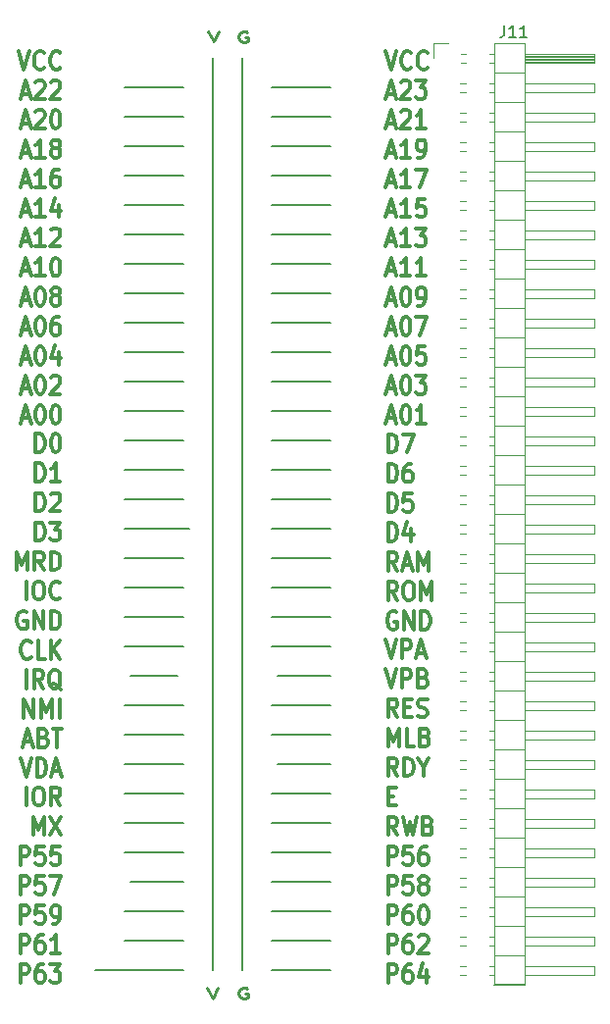
<source format=gto>
G04 #@! TF.GenerationSoftware,KiCad,Pcbnew,8.0.4*
G04 #@! TF.CreationDate,2024-09-17T07:03:40-04:00*
G04 #@! TF.ProjectId,LB-BKOUT-02,4c422d42-4b4f-4555-942d-30322e6b6963,1*
G04 #@! TF.SameCoordinates,Original*
G04 #@! TF.FileFunction,Legend,Top*
G04 #@! TF.FilePolarity,Positive*
%FSLAX46Y46*%
G04 Gerber Fmt 4.6, Leading zero omitted, Abs format (unit mm)*
G04 Created by KiCad (PCBNEW 8.0.4) date 2024-09-17 07:03:40*
%MOMM*%
%LPD*%
G01*
G04 APERTURE LIST*
%ADD10C,0.150000*%
%ADD11C,0.304800*%
%ADD12C,0.222250*%
%ADD13C,0.120000*%
G04 APERTURE END LIST*
D10*
X189992000Y-68580000D02*
X190500000Y-68580000D01*
X185420000Y-129540000D02*
X190500000Y-129540000D01*
X172720000Y-58420000D02*
X177800000Y-58420000D01*
X172720000Y-81280000D02*
X177800000Y-81280000D01*
X172720000Y-66040000D02*
X177800000Y-66040000D01*
X172720000Y-99060000D02*
X177800000Y-99060000D01*
X185420000Y-86360000D02*
X190500000Y-86360000D01*
X185420000Y-55880000D02*
X190500000Y-55880000D01*
X172720000Y-76200000D02*
X177800000Y-76200000D01*
X172720000Y-78740000D02*
X177800000Y-78740000D01*
X185420000Y-101600000D02*
X190500000Y-101600000D01*
X172720000Y-114300000D02*
X177800000Y-114300000D01*
X185420000Y-76200000D02*
X190500000Y-76200000D01*
X172720000Y-55880000D02*
X177800000Y-55880000D01*
X185420000Y-60960000D02*
X190500000Y-60960000D01*
X172720000Y-71120000D02*
X177800000Y-71120000D01*
X180340000Y-53340000D02*
X180340000Y-132080000D01*
X172720000Y-86360000D02*
X177800000Y-86360000D01*
X185420000Y-124460000D02*
X190500000Y-124460000D01*
X185420000Y-81280000D02*
X190500000Y-81280000D01*
X172720000Y-104140000D02*
X177800000Y-104140000D01*
X172720000Y-93980000D02*
X178308000Y-93980000D01*
X172720000Y-109220000D02*
X177800000Y-109220000D01*
X185420000Y-78740000D02*
X190500000Y-78740000D01*
X185420000Y-58420000D02*
X190500000Y-58420000D01*
X182880000Y-132080000D02*
X182880000Y-53340000D01*
X172720000Y-63500000D02*
X177800000Y-63500000D01*
X185420000Y-104140000D02*
X190500000Y-104140000D01*
X172720000Y-119380000D02*
X177800000Y-119380000D01*
X172720000Y-127000000D02*
X177800000Y-127000000D01*
X172720000Y-91440000D02*
X177800000Y-91440000D01*
X185420000Y-66040000D02*
X190500000Y-66040000D01*
X172720000Y-60960000D02*
X177800000Y-60960000D01*
X172720000Y-101600000D02*
X177800000Y-101600000D01*
X172720000Y-96520000D02*
X177800000Y-96520000D01*
X185420000Y-68580000D02*
X189992000Y-68580000D01*
X185420000Y-91440000D02*
X190500000Y-91440000D01*
X185420000Y-83820000D02*
X190500000Y-83820000D01*
X185420000Y-121920000D02*
X190500000Y-121920000D01*
X173228000Y-106680000D02*
X177292000Y-106680000D01*
X172720000Y-121920000D02*
X177800000Y-121920000D01*
X185420000Y-132080000D02*
X190500000Y-132080000D01*
X185420000Y-63500000D02*
X190500000Y-63500000D01*
X172720000Y-73660000D02*
X177800000Y-73660000D01*
X172720000Y-68580000D02*
X177800000Y-68580000D01*
X172720000Y-88900000D02*
X177800000Y-88900000D01*
X185420000Y-93980000D02*
X190500000Y-93980000D01*
X170180000Y-132080000D02*
X177800000Y-132080000D01*
X172720000Y-116840000D02*
X177800000Y-116840000D01*
X185420000Y-99060000D02*
X190500000Y-99060000D01*
X185420000Y-111760000D02*
X190500000Y-111760000D01*
X185420000Y-119380000D02*
X190500000Y-119380000D01*
X172720000Y-129540000D02*
X177800000Y-129540000D01*
X185420000Y-73660000D02*
X190500000Y-73660000D01*
X185928000Y-106680000D02*
X190500000Y-106680000D01*
X185420000Y-96520000D02*
X190500000Y-96520000D01*
X185420000Y-71120000D02*
X190500000Y-71120000D01*
X185420000Y-88900000D02*
X190500000Y-88900000D01*
X172720000Y-83820000D02*
X177800000Y-83820000D01*
X172720000Y-111760000D02*
X177800000Y-111760000D01*
X173228000Y-124460000D02*
X177800000Y-124460000D01*
X185928000Y-114300000D02*
X190500000Y-114300000D01*
X185420000Y-127000000D02*
X190500000Y-127000000D01*
X185420000Y-109220000D02*
X190500000Y-109220000D01*
X185420000Y-116840000D02*
X190500000Y-116840000D01*
D11*
X164246331Y-117867269D02*
X164246331Y-116286119D01*
X165177664Y-116286119D02*
X165443759Y-116286119D01*
X165443759Y-116286119D02*
X165576807Y-116361412D01*
X165576807Y-116361412D02*
X165709854Y-116511998D01*
X165709854Y-116511998D02*
X165776378Y-116813169D01*
X165776378Y-116813169D02*
X165776378Y-117340219D01*
X165776378Y-117340219D02*
X165709854Y-117641391D01*
X165709854Y-117641391D02*
X165576807Y-117791977D01*
X165576807Y-117791977D02*
X165443759Y-117867269D01*
X165443759Y-117867269D02*
X165177664Y-117867269D01*
X165177664Y-117867269D02*
X165044616Y-117791977D01*
X165044616Y-117791977D02*
X164911569Y-117641391D01*
X164911569Y-117641391D02*
X164845045Y-117340219D01*
X164845045Y-117340219D02*
X164845045Y-116813169D01*
X164845045Y-116813169D02*
X164911569Y-116511998D01*
X164911569Y-116511998D02*
X165044616Y-116361412D01*
X165044616Y-116361412D02*
X165177664Y-116286119D01*
X167173378Y-117867269D02*
X166707712Y-117114341D01*
X166375093Y-117867269D02*
X166375093Y-116286119D01*
X166375093Y-116286119D02*
X166907283Y-116286119D01*
X166907283Y-116286119D02*
X167040331Y-116361412D01*
X167040331Y-116361412D02*
X167106854Y-116436705D01*
X167106854Y-116436705D02*
X167173378Y-116587291D01*
X167173378Y-116587291D02*
X167173378Y-116813169D01*
X167173378Y-116813169D02*
X167106854Y-116963755D01*
X167106854Y-116963755D02*
X167040331Y-117039048D01*
X167040331Y-117039048D02*
X166907283Y-117114341D01*
X166907283Y-117114341D02*
X166375093Y-117114341D01*
X164845046Y-120412832D02*
X164845046Y-118831682D01*
X164845046Y-118831682D02*
X165310712Y-119961075D01*
X165310712Y-119961075D02*
X165776379Y-118831682D01*
X165776379Y-118831682D02*
X165776379Y-120412832D01*
X166308569Y-118831682D02*
X167239902Y-120412832D01*
X167239902Y-118831682D02*
X166308569Y-120412832D01*
X163714141Y-122958395D02*
X163714141Y-121377245D01*
X163714141Y-121377245D02*
X164246331Y-121377245D01*
X164246331Y-121377245D02*
X164379379Y-121452538D01*
X164379379Y-121452538D02*
X164445902Y-121527831D01*
X164445902Y-121527831D02*
X164512426Y-121678417D01*
X164512426Y-121678417D02*
X164512426Y-121904295D01*
X164512426Y-121904295D02*
X164445902Y-122054881D01*
X164445902Y-122054881D02*
X164379379Y-122130174D01*
X164379379Y-122130174D02*
X164246331Y-122205467D01*
X164246331Y-122205467D02*
X163714141Y-122205467D01*
X165776379Y-121377245D02*
X165111141Y-121377245D01*
X165111141Y-121377245D02*
X165044617Y-122130174D01*
X165044617Y-122130174D02*
X165111141Y-122054881D01*
X165111141Y-122054881D02*
X165244188Y-121979588D01*
X165244188Y-121979588D02*
X165576807Y-121979588D01*
X165576807Y-121979588D02*
X165709855Y-122054881D01*
X165709855Y-122054881D02*
X165776379Y-122130174D01*
X165776379Y-122130174D02*
X165842902Y-122280760D01*
X165842902Y-122280760D02*
X165842902Y-122657224D01*
X165842902Y-122657224D02*
X165776379Y-122807810D01*
X165776379Y-122807810D02*
X165709855Y-122883103D01*
X165709855Y-122883103D02*
X165576807Y-122958395D01*
X165576807Y-122958395D02*
X165244188Y-122958395D01*
X165244188Y-122958395D02*
X165111141Y-122883103D01*
X165111141Y-122883103D02*
X165044617Y-122807810D01*
X167106855Y-121377245D02*
X166441617Y-121377245D01*
X166441617Y-121377245D02*
X166375093Y-122130174D01*
X166375093Y-122130174D02*
X166441617Y-122054881D01*
X166441617Y-122054881D02*
X166574664Y-121979588D01*
X166574664Y-121979588D02*
X166907283Y-121979588D01*
X166907283Y-121979588D02*
X167040331Y-122054881D01*
X167040331Y-122054881D02*
X167106855Y-122130174D01*
X167106855Y-122130174D02*
X167173378Y-122280760D01*
X167173378Y-122280760D02*
X167173378Y-122657224D01*
X167173378Y-122657224D02*
X167106855Y-122807810D01*
X167106855Y-122807810D02*
X167040331Y-122883103D01*
X167040331Y-122883103D02*
X166907283Y-122958395D01*
X166907283Y-122958395D02*
X166574664Y-122958395D01*
X166574664Y-122958395D02*
X166441617Y-122883103D01*
X166441617Y-122883103D02*
X166375093Y-122807810D01*
X163714141Y-125503958D02*
X163714141Y-123922808D01*
X163714141Y-123922808D02*
X164246331Y-123922808D01*
X164246331Y-123922808D02*
X164379379Y-123998101D01*
X164379379Y-123998101D02*
X164445902Y-124073394D01*
X164445902Y-124073394D02*
X164512426Y-124223980D01*
X164512426Y-124223980D02*
X164512426Y-124449858D01*
X164512426Y-124449858D02*
X164445902Y-124600444D01*
X164445902Y-124600444D02*
X164379379Y-124675737D01*
X164379379Y-124675737D02*
X164246331Y-124751030D01*
X164246331Y-124751030D02*
X163714141Y-124751030D01*
X165776379Y-123922808D02*
X165111141Y-123922808D01*
X165111141Y-123922808D02*
X165044617Y-124675737D01*
X165044617Y-124675737D02*
X165111141Y-124600444D01*
X165111141Y-124600444D02*
X165244188Y-124525151D01*
X165244188Y-124525151D02*
X165576807Y-124525151D01*
X165576807Y-124525151D02*
X165709855Y-124600444D01*
X165709855Y-124600444D02*
X165776379Y-124675737D01*
X165776379Y-124675737D02*
X165842902Y-124826323D01*
X165842902Y-124826323D02*
X165842902Y-125202787D01*
X165842902Y-125202787D02*
X165776379Y-125353373D01*
X165776379Y-125353373D02*
X165709855Y-125428666D01*
X165709855Y-125428666D02*
X165576807Y-125503958D01*
X165576807Y-125503958D02*
X165244188Y-125503958D01*
X165244188Y-125503958D02*
X165111141Y-125428666D01*
X165111141Y-125428666D02*
X165044617Y-125353373D01*
X166308569Y-123922808D02*
X167239902Y-123922808D01*
X167239902Y-123922808D02*
X166641188Y-125503958D01*
X163714141Y-128049521D02*
X163714141Y-126468371D01*
X163714141Y-126468371D02*
X164246331Y-126468371D01*
X164246331Y-126468371D02*
X164379379Y-126543664D01*
X164379379Y-126543664D02*
X164445902Y-126618957D01*
X164445902Y-126618957D02*
X164512426Y-126769543D01*
X164512426Y-126769543D02*
X164512426Y-126995421D01*
X164512426Y-126995421D02*
X164445902Y-127146007D01*
X164445902Y-127146007D02*
X164379379Y-127221300D01*
X164379379Y-127221300D02*
X164246331Y-127296593D01*
X164246331Y-127296593D02*
X163714141Y-127296593D01*
X165776379Y-126468371D02*
X165111141Y-126468371D01*
X165111141Y-126468371D02*
X165044617Y-127221300D01*
X165044617Y-127221300D02*
X165111141Y-127146007D01*
X165111141Y-127146007D02*
X165244188Y-127070714D01*
X165244188Y-127070714D02*
X165576807Y-127070714D01*
X165576807Y-127070714D02*
X165709855Y-127146007D01*
X165709855Y-127146007D02*
X165776379Y-127221300D01*
X165776379Y-127221300D02*
X165842902Y-127371886D01*
X165842902Y-127371886D02*
X165842902Y-127748350D01*
X165842902Y-127748350D02*
X165776379Y-127898936D01*
X165776379Y-127898936D02*
X165709855Y-127974229D01*
X165709855Y-127974229D02*
X165576807Y-128049521D01*
X165576807Y-128049521D02*
X165244188Y-128049521D01*
X165244188Y-128049521D02*
X165111141Y-127974229D01*
X165111141Y-127974229D02*
X165044617Y-127898936D01*
X166508140Y-128049521D02*
X166774236Y-128049521D01*
X166774236Y-128049521D02*
X166907283Y-127974229D01*
X166907283Y-127974229D02*
X166973807Y-127898936D01*
X166973807Y-127898936D02*
X167106855Y-127673057D01*
X167106855Y-127673057D02*
X167173378Y-127371886D01*
X167173378Y-127371886D02*
X167173378Y-126769543D01*
X167173378Y-126769543D02*
X167106855Y-126618957D01*
X167106855Y-126618957D02*
X167040331Y-126543664D01*
X167040331Y-126543664D02*
X166907283Y-126468371D01*
X166907283Y-126468371D02*
X166641188Y-126468371D01*
X166641188Y-126468371D02*
X166508140Y-126543664D01*
X166508140Y-126543664D02*
X166441617Y-126618957D01*
X166441617Y-126618957D02*
X166375093Y-126769543D01*
X166375093Y-126769543D02*
X166375093Y-127146007D01*
X166375093Y-127146007D02*
X166441617Y-127296593D01*
X166441617Y-127296593D02*
X166508140Y-127371886D01*
X166508140Y-127371886D02*
X166641188Y-127447179D01*
X166641188Y-127447179D02*
X166907283Y-127447179D01*
X166907283Y-127447179D02*
X167040331Y-127371886D01*
X167040331Y-127371886D02*
X167106855Y-127296593D01*
X167106855Y-127296593D02*
X167173378Y-127146007D01*
X163714141Y-130595084D02*
X163714141Y-129013934D01*
X163714141Y-129013934D02*
X164246331Y-129013934D01*
X164246331Y-129013934D02*
X164379379Y-129089227D01*
X164379379Y-129089227D02*
X164445902Y-129164520D01*
X164445902Y-129164520D02*
X164512426Y-129315106D01*
X164512426Y-129315106D02*
X164512426Y-129540984D01*
X164512426Y-129540984D02*
X164445902Y-129691570D01*
X164445902Y-129691570D02*
X164379379Y-129766863D01*
X164379379Y-129766863D02*
X164246331Y-129842156D01*
X164246331Y-129842156D02*
X163714141Y-129842156D01*
X165709855Y-129013934D02*
X165443760Y-129013934D01*
X165443760Y-129013934D02*
X165310712Y-129089227D01*
X165310712Y-129089227D02*
X165244188Y-129164520D01*
X165244188Y-129164520D02*
X165111141Y-129390399D01*
X165111141Y-129390399D02*
X165044617Y-129691570D01*
X165044617Y-129691570D02*
X165044617Y-130293913D01*
X165044617Y-130293913D02*
X165111141Y-130444499D01*
X165111141Y-130444499D02*
X165177664Y-130519792D01*
X165177664Y-130519792D02*
X165310712Y-130595084D01*
X165310712Y-130595084D02*
X165576807Y-130595084D01*
X165576807Y-130595084D02*
X165709855Y-130519792D01*
X165709855Y-130519792D02*
X165776379Y-130444499D01*
X165776379Y-130444499D02*
X165842902Y-130293913D01*
X165842902Y-130293913D02*
X165842902Y-129917449D01*
X165842902Y-129917449D02*
X165776379Y-129766863D01*
X165776379Y-129766863D02*
X165709855Y-129691570D01*
X165709855Y-129691570D02*
X165576807Y-129616277D01*
X165576807Y-129616277D02*
X165310712Y-129616277D01*
X165310712Y-129616277D02*
X165177664Y-129691570D01*
X165177664Y-129691570D02*
X165111141Y-129766863D01*
X165111141Y-129766863D02*
X165044617Y-129917449D01*
X167173378Y-130595084D02*
X166375093Y-130595084D01*
X166774236Y-130595084D02*
X166774236Y-129013934D01*
X166774236Y-129013934D02*
X166641188Y-129239813D01*
X166641188Y-129239813D02*
X166508140Y-129390399D01*
X166508140Y-129390399D02*
X166375093Y-129465692D01*
X163714141Y-133140647D02*
X163714141Y-131559497D01*
X163714141Y-131559497D02*
X164246331Y-131559497D01*
X164246331Y-131559497D02*
X164379379Y-131634790D01*
X164379379Y-131634790D02*
X164445902Y-131710083D01*
X164445902Y-131710083D02*
X164512426Y-131860669D01*
X164512426Y-131860669D02*
X164512426Y-132086547D01*
X164512426Y-132086547D02*
X164445902Y-132237133D01*
X164445902Y-132237133D02*
X164379379Y-132312426D01*
X164379379Y-132312426D02*
X164246331Y-132387719D01*
X164246331Y-132387719D02*
X163714141Y-132387719D01*
X165709855Y-131559497D02*
X165443760Y-131559497D01*
X165443760Y-131559497D02*
X165310712Y-131634790D01*
X165310712Y-131634790D02*
X165244188Y-131710083D01*
X165244188Y-131710083D02*
X165111141Y-131935962D01*
X165111141Y-131935962D02*
X165044617Y-132237133D01*
X165044617Y-132237133D02*
X165044617Y-132839476D01*
X165044617Y-132839476D02*
X165111141Y-132990062D01*
X165111141Y-132990062D02*
X165177664Y-133065355D01*
X165177664Y-133065355D02*
X165310712Y-133140647D01*
X165310712Y-133140647D02*
X165576807Y-133140647D01*
X165576807Y-133140647D02*
X165709855Y-133065355D01*
X165709855Y-133065355D02*
X165776379Y-132990062D01*
X165776379Y-132990062D02*
X165842902Y-132839476D01*
X165842902Y-132839476D02*
X165842902Y-132463012D01*
X165842902Y-132463012D02*
X165776379Y-132312426D01*
X165776379Y-132312426D02*
X165709855Y-132237133D01*
X165709855Y-132237133D02*
X165576807Y-132161840D01*
X165576807Y-132161840D02*
X165310712Y-132161840D01*
X165310712Y-132161840D02*
X165177664Y-132237133D01*
X165177664Y-132237133D02*
X165111141Y-132312426D01*
X165111141Y-132312426D02*
X165044617Y-132463012D01*
X166308569Y-131559497D02*
X167173378Y-131559497D01*
X167173378Y-131559497D02*
X166707712Y-132161840D01*
X166707712Y-132161840D02*
X166907283Y-132161840D01*
X166907283Y-132161840D02*
X167040331Y-132237133D01*
X167040331Y-132237133D02*
X167106855Y-132312426D01*
X167106855Y-132312426D02*
X167173378Y-132463012D01*
X167173378Y-132463012D02*
X167173378Y-132839476D01*
X167173378Y-132839476D02*
X167106855Y-132990062D01*
X167106855Y-132990062D02*
X167040331Y-133065355D01*
X167040331Y-133065355D02*
X166907283Y-133140647D01*
X166907283Y-133140647D02*
X166508140Y-133140647D01*
X166508140Y-133140647D02*
X166375093Y-133065355D01*
X166375093Y-133065355D02*
X166308569Y-132990062D01*
X195278573Y-103558304D02*
X195744240Y-105139454D01*
X195744240Y-105139454D02*
X196209906Y-103558304D01*
X196675574Y-105139454D02*
X196675574Y-103558304D01*
X196675574Y-103558304D02*
X197207764Y-103558304D01*
X197207764Y-103558304D02*
X197340812Y-103633597D01*
X197340812Y-103633597D02*
X197407335Y-103708890D01*
X197407335Y-103708890D02*
X197473859Y-103859476D01*
X197473859Y-103859476D02*
X197473859Y-104085354D01*
X197473859Y-104085354D02*
X197407335Y-104235940D01*
X197407335Y-104235940D02*
X197340812Y-104311233D01*
X197340812Y-104311233D02*
X197207764Y-104386526D01*
X197207764Y-104386526D02*
X196675574Y-104386526D01*
X198006050Y-104687697D02*
X198671288Y-104687697D01*
X197873002Y-105139454D02*
X198338669Y-103558304D01*
X198338669Y-103558304D02*
X198804335Y-105139454D01*
X195278573Y-106103867D02*
X195744240Y-107685017D01*
X195744240Y-107685017D02*
X196209906Y-106103867D01*
X196675574Y-107685017D02*
X196675574Y-106103867D01*
X196675574Y-106103867D02*
X197207764Y-106103867D01*
X197207764Y-106103867D02*
X197340812Y-106179160D01*
X197340812Y-106179160D02*
X197407335Y-106254453D01*
X197407335Y-106254453D02*
X197473859Y-106405039D01*
X197473859Y-106405039D02*
X197473859Y-106630917D01*
X197473859Y-106630917D02*
X197407335Y-106781503D01*
X197407335Y-106781503D02*
X197340812Y-106856796D01*
X197340812Y-106856796D02*
X197207764Y-106932089D01*
X197207764Y-106932089D02*
X196675574Y-106932089D01*
X198538240Y-106856796D02*
X198737812Y-106932089D01*
X198737812Y-106932089D02*
X198804335Y-107007382D01*
X198804335Y-107007382D02*
X198870859Y-107157967D01*
X198870859Y-107157967D02*
X198870859Y-107383846D01*
X198870859Y-107383846D02*
X198804335Y-107534432D01*
X198804335Y-107534432D02*
X198737812Y-107609725D01*
X198737812Y-107609725D02*
X198604764Y-107685017D01*
X198604764Y-107685017D02*
X198072574Y-107685017D01*
X198072574Y-107685017D02*
X198072574Y-106103867D01*
X198072574Y-106103867D02*
X198538240Y-106103867D01*
X198538240Y-106103867D02*
X198671288Y-106179160D01*
X198671288Y-106179160D02*
X198737812Y-106254453D01*
X198737812Y-106254453D02*
X198804335Y-106405039D01*
X198804335Y-106405039D02*
X198804335Y-106555625D01*
X198804335Y-106555625D02*
X198737812Y-106706210D01*
X198737812Y-106706210D02*
X198671288Y-106781503D01*
X198671288Y-106781503D02*
X198538240Y-106856796D01*
X198538240Y-106856796D02*
X198072574Y-106856796D01*
X196276430Y-110230580D02*
X195810764Y-109477652D01*
X195478145Y-110230580D02*
X195478145Y-108649430D01*
X195478145Y-108649430D02*
X196010335Y-108649430D01*
X196010335Y-108649430D02*
X196143383Y-108724723D01*
X196143383Y-108724723D02*
X196209906Y-108800016D01*
X196209906Y-108800016D02*
X196276430Y-108950602D01*
X196276430Y-108950602D02*
X196276430Y-109176480D01*
X196276430Y-109176480D02*
X196209906Y-109327066D01*
X196209906Y-109327066D02*
X196143383Y-109402359D01*
X196143383Y-109402359D02*
X196010335Y-109477652D01*
X196010335Y-109477652D02*
X195478145Y-109477652D01*
X196875145Y-109402359D02*
X197340811Y-109402359D01*
X197540383Y-110230580D02*
X196875145Y-110230580D01*
X196875145Y-110230580D02*
X196875145Y-108649430D01*
X196875145Y-108649430D02*
X197540383Y-108649430D01*
X198072573Y-110155288D02*
X198272144Y-110230580D01*
X198272144Y-110230580D02*
X198604763Y-110230580D01*
X198604763Y-110230580D02*
X198737811Y-110155288D01*
X198737811Y-110155288D02*
X198804335Y-110079995D01*
X198804335Y-110079995D02*
X198870858Y-109929409D01*
X198870858Y-109929409D02*
X198870858Y-109778823D01*
X198870858Y-109778823D02*
X198804335Y-109628238D01*
X198804335Y-109628238D02*
X198737811Y-109552945D01*
X198737811Y-109552945D02*
X198604763Y-109477652D01*
X198604763Y-109477652D02*
X198338668Y-109402359D01*
X198338668Y-109402359D02*
X198205620Y-109327066D01*
X198205620Y-109327066D02*
X198139097Y-109251773D01*
X198139097Y-109251773D02*
X198072573Y-109101188D01*
X198072573Y-109101188D02*
X198072573Y-108950602D01*
X198072573Y-108950602D02*
X198139097Y-108800016D01*
X198139097Y-108800016D02*
X198205620Y-108724723D01*
X198205620Y-108724723D02*
X198338668Y-108649430D01*
X198338668Y-108649430D02*
X198671287Y-108649430D01*
X198671287Y-108649430D02*
X198870858Y-108724723D01*
X195478145Y-112776143D02*
X195478145Y-111194993D01*
X195478145Y-111194993D02*
X195943811Y-112324386D01*
X195943811Y-112324386D02*
X196409478Y-111194993D01*
X196409478Y-111194993D02*
X196409478Y-112776143D01*
X197739954Y-112776143D02*
X197074716Y-112776143D01*
X197074716Y-112776143D02*
X197074716Y-111194993D01*
X198671287Y-111947922D02*
X198870859Y-112023215D01*
X198870859Y-112023215D02*
X198937382Y-112098508D01*
X198937382Y-112098508D02*
X199003906Y-112249093D01*
X199003906Y-112249093D02*
X199003906Y-112474972D01*
X199003906Y-112474972D02*
X198937382Y-112625558D01*
X198937382Y-112625558D02*
X198870859Y-112700851D01*
X198870859Y-112700851D02*
X198737811Y-112776143D01*
X198737811Y-112776143D02*
X198205621Y-112776143D01*
X198205621Y-112776143D02*
X198205621Y-111194993D01*
X198205621Y-111194993D02*
X198671287Y-111194993D01*
X198671287Y-111194993D02*
X198804335Y-111270286D01*
X198804335Y-111270286D02*
X198870859Y-111345579D01*
X198870859Y-111345579D02*
X198937382Y-111496165D01*
X198937382Y-111496165D02*
X198937382Y-111646751D01*
X198937382Y-111646751D02*
X198870859Y-111797336D01*
X198870859Y-111797336D02*
X198804335Y-111872629D01*
X198804335Y-111872629D02*
X198671287Y-111947922D01*
X198671287Y-111947922D02*
X198205621Y-111947922D01*
X196276430Y-115321706D02*
X195810764Y-114568778D01*
X195478145Y-115321706D02*
X195478145Y-113740556D01*
X195478145Y-113740556D02*
X196010335Y-113740556D01*
X196010335Y-113740556D02*
X196143383Y-113815849D01*
X196143383Y-113815849D02*
X196209906Y-113891142D01*
X196209906Y-113891142D02*
X196276430Y-114041728D01*
X196276430Y-114041728D02*
X196276430Y-114267606D01*
X196276430Y-114267606D02*
X196209906Y-114418192D01*
X196209906Y-114418192D02*
X196143383Y-114493485D01*
X196143383Y-114493485D02*
X196010335Y-114568778D01*
X196010335Y-114568778D02*
X195478145Y-114568778D01*
X196875145Y-115321706D02*
X196875145Y-113740556D01*
X196875145Y-113740556D02*
X197207764Y-113740556D01*
X197207764Y-113740556D02*
X197407335Y-113815849D01*
X197407335Y-113815849D02*
X197540383Y-113966435D01*
X197540383Y-113966435D02*
X197606906Y-114117021D01*
X197606906Y-114117021D02*
X197673430Y-114418192D01*
X197673430Y-114418192D02*
X197673430Y-114644071D01*
X197673430Y-114644071D02*
X197606906Y-114945242D01*
X197606906Y-114945242D02*
X197540383Y-115095828D01*
X197540383Y-115095828D02*
X197407335Y-115246414D01*
X197407335Y-115246414D02*
X197207764Y-115321706D01*
X197207764Y-115321706D02*
X196875145Y-115321706D01*
X198538240Y-114568778D02*
X198538240Y-115321706D01*
X198072573Y-113740556D02*
X198538240Y-114568778D01*
X198538240Y-114568778D02*
X199003906Y-113740556D01*
X195478145Y-117039048D02*
X195943811Y-117039048D01*
X196143383Y-117867269D02*
X195478145Y-117867269D01*
X195478145Y-117867269D02*
X195478145Y-116286119D01*
X195478145Y-116286119D02*
X196143383Y-116286119D01*
X196276430Y-120412832D02*
X195810764Y-119659904D01*
X195478145Y-120412832D02*
X195478145Y-118831682D01*
X195478145Y-118831682D02*
X196010335Y-118831682D01*
X196010335Y-118831682D02*
X196143383Y-118906975D01*
X196143383Y-118906975D02*
X196209906Y-118982268D01*
X196209906Y-118982268D02*
X196276430Y-119132854D01*
X196276430Y-119132854D02*
X196276430Y-119358732D01*
X196276430Y-119358732D02*
X196209906Y-119509318D01*
X196209906Y-119509318D02*
X196143383Y-119584611D01*
X196143383Y-119584611D02*
X196010335Y-119659904D01*
X196010335Y-119659904D02*
X195478145Y-119659904D01*
X196742097Y-118831682D02*
X197074716Y-120412832D01*
X197074716Y-120412832D02*
X197340811Y-119283440D01*
X197340811Y-119283440D02*
X197606906Y-120412832D01*
X197606906Y-120412832D02*
X197939526Y-118831682D01*
X198937382Y-119584611D02*
X199136954Y-119659904D01*
X199136954Y-119659904D02*
X199203477Y-119735197D01*
X199203477Y-119735197D02*
X199270001Y-119885782D01*
X199270001Y-119885782D02*
X199270001Y-120111661D01*
X199270001Y-120111661D02*
X199203477Y-120262247D01*
X199203477Y-120262247D02*
X199136954Y-120337540D01*
X199136954Y-120337540D02*
X199003906Y-120412832D01*
X199003906Y-120412832D02*
X198471716Y-120412832D01*
X198471716Y-120412832D02*
X198471716Y-118831682D01*
X198471716Y-118831682D02*
X198937382Y-118831682D01*
X198937382Y-118831682D02*
X199070430Y-118906975D01*
X199070430Y-118906975D02*
X199136954Y-118982268D01*
X199136954Y-118982268D02*
X199203477Y-119132854D01*
X199203477Y-119132854D02*
X199203477Y-119283440D01*
X199203477Y-119283440D02*
X199136954Y-119434025D01*
X199136954Y-119434025D02*
X199070430Y-119509318D01*
X199070430Y-119509318D02*
X198937382Y-119584611D01*
X198937382Y-119584611D02*
X198471716Y-119584611D01*
X195478145Y-122958395D02*
X195478145Y-121377245D01*
X195478145Y-121377245D02*
X196010335Y-121377245D01*
X196010335Y-121377245D02*
X196143383Y-121452538D01*
X196143383Y-121452538D02*
X196209906Y-121527831D01*
X196209906Y-121527831D02*
X196276430Y-121678417D01*
X196276430Y-121678417D02*
X196276430Y-121904295D01*
X196276430Y-121904295D02*
X196209906Y-122054881D01*
X196209906Y-122054881D02*
X196143383Y-122130174D01*
X196143383Y-122130174D02*
X196010335Y-122205467D01*
X196010335Y-122205467D02*
X195478145Y-122205467D01*
X197540383Y-121377245D02*
X196875145Y-121377245D01*
X196875145Y-121377245D02*
X196808621Y-122130174D01*
X196808621Y-122130174D02*
X196875145Y-122054881D01*
X196875145Y-122054881D02*
X197008192Y-121979588D01*
X197008192Y-121979588D02*
X197340811Y-121979588D01*
X197340811Y-121979588D02*
X197473859Y-122054881D01*
X197473859Y-122054881D02*
X197540383Y-122130174D01*
X197540383Y-122130174D02*
X197606906Y-122280760D01*
X197606906Y-122280760D02*
X197606906Y-122657224D01*
X197606906Y-122657224D02*
X197540383Y-122807810D01*
X197540383Y-122807810D02*
X197473859Y-122883103D01*
X197473859Y-122883103D02*
X197340811Y-122958395D01*
X197340811Y-122958395D02*
X197008192Y-122958395D01*
X197008192Y-122958395D02*
X196875145Y-122883103D01*
X196875145Y-122883103D02*
X196808621Y-122807810D01*
X198804335Y-121377245D02*
X198538240Y-121377245D01*
X198538240Y-121377245D02*
X198405192Y-121452538D01*
X198405192Y-121452538D02*
X198338668Y-121527831D01*
X198338668Y-121527831D02*
X198205621Y-121753710D01*
X198205621Y-121753710D02*
X198139097Y-122054881D01*
X198139097Y-122054881D02*
X198139097Y-122657224D01*
X198139097Y-122657224D02*
X198205621Y-122807810D01*
X198205621Y-122807810D02*
X198272144Y-122883103D01*
X198272144Y-122883103D02*
X198405192Y-122958395D01*
X198405192Y-122958395D02*
X198671287Y-122958395D01*
X198671287Y-122958395D02*
X198804335Y-122883103D01*
X198804335Y-122883103D02*
X198870859Y-122807810D01*
X198870859Y-122807810D02*
X198937382Y-122657224D01*
X198937382Y-122657224D02*
X198937382Y-122280760D01*
X198937382Y-122280760D02*
X198870859Y-122130174D01*
X198870859Y-122130174D02*
X198804335Y-122054881D01*
X198804335Y-122054881D02*
X198671287Y-121979588D01*
X198671287Y-121979588D02*
X198405192Y-121979588D01*
X198405192Y-121979588D02*
X198272144Y-122054881D01*
X198272144Y-122054881D02*
X198205621Y-122130174D01*
X198205621Y-122130174D02*
X198139097Y-122280760D01*
X195478145Y-125503958D02*
X195478145Y-123922808D01*
X195478145Y-123922808D02*
X196010335Y-123922808D01*
X196010335Y-123922808D02*
X196143383Y-123998101D01*
X196143383Y-123998101D02*
X196209906Y-124073394D01*
X196209906Y-124073394D02*
X196276430Y-124223980D01*
X196276430Y-124223980D02*
X196276430Y-124449858D01*
X196276430Y-124449858D02*
X196209906Y-124600444D01*
X196209906Y-124600444D02*
X196143383Y-124675737D01*
X196143383Y-124675737D02*
X196010335Y-124751030D01*
X196010335Y-124751030D02*
X195478145Y-124751030D01*
X197540383Y-123922808D02*
X196875145Y-123922808D01*
X196875145Y-123922808D02*
X196808621Y-124675737D01*
X196808621Y-124675737D02*
X196875145Y-124600444D01*
X196875145Y-124600444D02*
X197008192Y-124525151D01*
X197008192Y-124525151D02*
X197340811Y-124525151D01*
X197340811Y-124525151D02*
X197473859Y-124600444D01*
X197473859Y-124600444D02*
X197540383Y-124675737D01*
X197540383Y-124675737D02*
X197606906Y-124826323D01*
X197606906Y-124826323D02*
X197606906Y-125202787D01*
X197606906Y-125202787D02*
X197540383Y-125353373D01*
X197540383Y-125353373D02*
X197473859Y-125428666D01*
X197473859Y-125428666D02*
X197340811Y-125503958D01*
X197340811Y-125503958D02*
X197008192Y-125503958D01*
X197008192Y-125503958D02*
X196875145Y-125428666D01*
X196875145Y-125428666D02*
X196808621Y-125353373D01*
X198405192Y-124600444D02*
X198272144Y-124525151D01*
X198272144Y-124525151D02*
X198205621Y-124449858D01*
X198205621Y-124449858D02*
X198139097Y-124299273D01*
X198139097Y-124299273D02*
X198139097Y-124223980D01*
X198139097Y-124223980D02*
X198205621Y-124073394D01*
X198205621Y-124073394D02*
X198272144Y-123998101D01*
X198272144Y-123998101D02*
X198405192Y-123922808D01*
X198405192Y-123922808D02*
X198671287Y-123922808D01*
X198671287Y-123922808D02*
X198804335Y-123998101D01*
X198804335Y-123998101D02*
X198870859Y-124073394D01*
X198870859Y-124073394D02*
X198937382Y-124223980D01*
X198937382Y-124223980D02*
X198937382Y-124299273D01*
X198937382Y-124299273D02*
X198870859Y-124449858D01*
X198870859Y-124449858D02*
X198804335Y-124525151D01*
X198804335Y-124525151D02*
X198671287Y-124600444D01*
X198671287Y-124600444D02*
X198405192Y-124600444D01*
X198405192Y-124600444D02*
X198272144Y-124675737D01*
X198272144Y-124675737D02*
X198205621Y-124751030D01*
X198205621Y-124751030D02*
X198139097Y-124901616D01*
X198139097Y-124901616D02*
X198139097Y-125202787D01*
X198139097Y-125202787D02*
X198205621Y-125353373D01*
X198205621Y-125353373D02*
X198272144Y-125428666D01*
X198272144Y-125428666D02*
X198405192Y-125503958D01*
X198405192Y-125503958D02*
X198671287Y-125503958D01*
X198671287Y-125503958D02*
X198804335Y-125428666D01*
X198804335Y-125428666D02*
X198870859Y-125353373D01*
X198870859Y-125353373D02*
X198937382Y-125202787D01*
X198937382Y-125202787D02*
X198937382Y-124901616D01*
X198937382Y-124901616D02*
X198870859Y-124751030D01*
X198870859Y-124751030D02*
X198804335Y-124675737D01*
X198804335Y-124675737D02*
X198671287Y-124600444D01*
X195478145Y-128049521D02*
X195478145Y-126468371D01*
X195478145Y-126468371D02*
X196010335Y-126468371D01*
X196010335Y-126468371D02*
X196143383Y-126543664D01*
X196143383Y-126543664D02*
X196209906Y-126618957D01*
X196209906Y-126618957D02*
X196276430Y-126769543D01*
X196276430Y-126769543D02*
X196276430Y-126995421D01*
X196276430Y-126995421D02*
X196209906Y-127146007D01*
X196209906Y-127146007D02*
X196143383Y-127221300D01*
X196143383Y-127221300D02*
X196010335Y-127296593D01*
X196010335Y-127296593D02*
X195478145Y-127296593D01*
X197473859Y-126468371D02*
X197207764Y-126468371D01*
X197207764Y-126468371D02*
X197074716Y-126543664D01*
X197074716Y-126543664D02*
X197008192Y-126618957D01*
X197008192Y-126618957D02*
X196875145Y-126844836D01*
X196875145Y-126844836D02*
X196808621Y-127146007D01*
X196808621Y-127146007D02*
X196808621Y-127748350D01*
X196808621Y-127748350D02*
X196875145Y-127898936D01*
X196875145Y-127898936D02*
X196941668Y-127974229D01*
X196941668Y-127974229D02*
X197074716Y-128049521D01*
X197074716Y-128049521D02*
X197340811Y-128049521D01*
X197340811Y-128049521D02*
X197473859Y-127974229D01*
X197473859Y-127974229D02*
X197540383Y-127898936D01*
X197540383Y-127898936D02*
X197606906Y-127748350D01*
X197606906Y-127748350D02*
X197606906Y-127371886D01*
X197606906Y-127371886D02*
X197540383Y-127221300D01*
X197540383Y-127221300D02*
X197473859Y-127146007D01*
X197473859Y-127146007D02*
X197340811Y-127070714D01*
X197340811Y-127070714D02*
X197074716Y-127070714D01*
X197074716Y-127070714D02*
X196941668Y-127146007D01*
X196941668Y-127146007D02*
X196875145Y-127221300D01*
X196875145Y-127221300D02*
X196808621Y-127371886D01*
X198471716Y-126468371D02*
X198604763Y-126468371D01*
X198604763Y-126468371D02*
X198737811Y-126543664D01*
X198737811Y-126543664D02*
X198804335Y-126618957D01*
X198804335Y-126618957D02*
X198870859Y-126769543D01*
X198870859Y-126769543D02*
X198937382Y-127070714D01*
X198937382Y-127070714D02*
X198937382Y-127447179D01*
X198937382Y-127447179D02*
X198870859Y-127748350D01*
X198870859Y-127748350D02*
X198804335Y-127898936D01*
X198804335Y-127898936D02*
X198737811Y-127974229D01*
X198737811Y-127974229D02*
X198604763Y-128049521D01*
X198604763Y-128049521D02*
X198471716Y-128049521D01*
X198471716Y-128049521D02*
X198338668Y-127974229D01*
X198338668Y-127974229D02*
X198272144Y-127898936D01*
X198272144Y-127898936D02*
X198205621Y-127748350D01*
X198205621Y-127748350D02*
X198139097Y-127447179D01*
X198139097Y-127447179D02*
X198139097Y-127070714D01*
X198139097Y-127070714D02*
X198205621Y-126769543D01*
X198205621Y-126769543D02*
X198272144Y-126618957D01*
X198272144Y-126618957D02*
X198338668Y-126543664D01*
X198338668Y-126543664D02*
X198471716Y-126468371D01*
X195478145Y-130595084D02*
X195478145Y-129013934D01*
X195478145Y-129013934D02*
X196010335Y-129013934D01*
X196010335Y-129013934D02*
X196143383Y-129089227D01*
X196143383Y-129089227D02*
X196209906Y-129164520D01*
X196209906Y-129164520D02*
X196276430Y-129315106D01*
X196276430Y-129315106D02*
X196276430Y-129540984D01*
X196276430Y-129540984D02*
X196209906Y-129691570D01*
X196209906Y-129691570D02*
X196143383Y-129766863D01*
X196143383Y-129766863D02*
X196010335Y-129842156D01*
X196010335Y-129842156D02*
X195478145Y-129842156D01*
X197473859Y-129013934D02*
X197207764Y-129013934D01*
X197207764Y-129013934D02*
X197074716Y-129089227D01*
X197074716Y-129089227D02*
X197008192Y-129164520D01*
X197008192Y-129164520D02*
X196875145Y-129390399D01*
X196875145Y-129390399D02*
X196808621Y-129691570D01*
X196808621Y-129691570D02*
X196808621Y-130293913D01*
X196808621Y-130293913D02*
X196875145Y-130444499D01*
X196875145Y-130444499D02*
X196941668Y-130519792D01*
X196941668Y-130519792D02*
X197074716Y-130595084D01*
X197074716Y-130595084D02*
X197340811Y-130595084D01*
X197340811Y-130595084D02*
X197473859Y-130519792D01*
X197473859Y-130519792D02*
X197540383Y-130444499D01*
X197540383Y-130444499D02*
X197606906Y-130293913D01*
X197606906Y-130293913D02*
X197606906Y-129917449D01*
X197606906Y-129917449D02*
X197540383Y-129766863D01*
X197540383Y-129766863D02*
X197473859Y-129691570D01*
X197473859Y-129691570D02*
X197340811Y-129616277D01*
X197340811Y-129616277D02*
X197074716Y-129616277D01*
X197074716Y-129616277D02*
X196941668Y-129691570D01*
X196941668Y-129691570D02*
X196875145Y-129766863D01*
X196875145Y-129766863D02*
X196808621Y-129917449D01*
X198139097Y-129164520D02*
X198205621Y-129089227D01*
X198205621Y-129089227D02*
X198338668Y-129013934D01*
X198338668Y-129013934D02*
X198671287Y-129013934D01*
X198671287Y-129013934D02*
X198804335Y-129089227D01*
X198804335Y-129089227D02*
X198870859Y-129164520D01*
X198870859Y-129164520D02*
X198937382Y-129315106D01*
X198937382Y-129315106D02*
X198937382Y-129465692D01*
X198937382Y-129465692D02*
X198870859Y-129691570D01*
X198870859Y-129691570D02*
X198072573Y-130595084D01*
X198072573Y-130595084D02*
X198937382Y-130595084D01*
X195478145Y-133140647D02*
X195478145Y-131559497D01*
X195478145Y-131559497D02*
X196010335Y-131559497D01*
X196010335Y-131559497D02*
X196143383Y-131634790D01*
X196143383Y-131634790D02*
X196209906Y-131710083D01*
X196209906Y-131710083D02*
X196276430Y-131860669D01*
X196276430Y-131860669D02*
X196276430Y-132086547D01*
X196276430Y-132086547D02*
X196209906Y-132237133D01*
X196209906Y-132237133D02*
X196143383Y-132312426D01*
X196143383Y-132312426D02*
X196010335Y-132387719D01*
X196010335Y-132387719D02*
X195478145Y-132387719D01*
X197473859Y-131559497D02*
X197207764Y-131559497D01*
X197207764Y-131559497D02*
X197074716Y-131634790D01*
X197074716Y-131634790D02*
X197008192Y-131710083D01*
X197008192Y-131710083D02*
X196875145Y-131935962D01*
X196875145Y-131935962D02*
X196808621Y-132237133D01*
X196808621Y-132237133D02*
X196808621Y-132839476D01*
X196808621Y-132839476D02*
X196875145Y-132990062D01*
X196875145Y-132990062D02*
X196941668Y-133065355D01*
X196941668Y-133065355D02*
X197074716Y-133140647D01*
X197074716Y-133140647D02*
X197340811Y-133140647D01*
X197340811Y-133140647D02*
X197473859Y-133065355D01*
X197473859Y-133065355D02*
X197540383Y-132990062D01*
X197540383Y-132990062D02*
X197606906Y-132839476D01*
X197606906Y-132839476D02*
X197606906Y-132463012D01*
X197606906Y-132463012D02*
X197540383Y-132312426D01*
X197540383Y-132312426D02*
X197473859Y-132237133D01*
X197473859Y-132237133D02*
X197340811Y-132161840D01*
X197340811Y-132161840D02*
X197074716Y-132161840D01*
X197074716Y-132161840D02*
X196941668Y-132237133D01*
X196941668Y-132237133D02*
X196875145Y-132312426D01*
X196875145Y-132312426D02*
X196808621Y-132463012D01*
X198804335Y-132086547D02*
X198804335Y-133140647D01*
X198471716Y-131484205D02*
X198139097Y-132613597D01*
X198139097Y-132613597D02*
X199003906Y-132613597D01*
X163581092Y-52752741D02*
X164046759Y-54333891D01*
X164046759Y-54333891D02*
X164512425Y-52752741D01*
X165776378Y-54183306D02*
X165709854Y-54258599D01*
X165709854Y-54258599D02*
X165510283Y-54333891D01*
X165510283Y-54333891D02*
X165377235Y-54333891D01*
X165377235Y-54333891D02*
X165177664Y-54258599D01*
X165177664Y-54258599D02*
X165044616Y-54108013D01*
X165044616Y-54108013D02*
X164978093Y-53957427D01*
X164978093Y-53957427D02*
X164911569Y-53656256D01*
X164911569Y-53656256D02*
X164911569Y-53430377D01*
X164911569Y-53430377D02*
X164978093Y-53129206D01*
X164978093Y-53129206D02*
X165044616Y-52978620D01*
X165044616Y-52978620D02*
X165177664Y-52828034D01*
X165177664Y-52828034D02*
X165377235Y-52752741D01*
X165377235Y-52752741D02*
X165510283Y-52752741D01*
X165510283Y-52752741D02*
X165709854Y-52828034D01*
X165709854Y-52828034D02*
X165776378Y-52903327D01*
X167173378Y-54183306D02*
X167106854Y-54258599D01*
X167106854Y-54258599D02*
X166907283Y-54333891D01*
X166907283Y-54333891D02*
X166774235Y-54333891D01*
X166774235Y-54333891D02*
X166574664Y-54258599D01*
X166574664Y-54258599D02*
X166441616Y-54108013D01*
X166441616Y-54108013D02*
X166375093Y-53957427D01*
X166375093Y-53957427D02*
X166308569Y-53656256D01*
X166308569Y-53656256D02*
X166308569Y-53430377D01*
X166308569Y-53430377D02*
X166375093Y-53129206D01*
X166375093Y-53129206D02*
X166441616Y-52978620D01*
X166441616Y-52978620D02*
X166574664Y-52828034D01*
X166574664Y-52828034D02*
X166774235Y-52752741D01*
X166774235Y-52752741D02*
X166907283Y-52752741D01*
X166907283Y-52752741D02*
X167106854Y-52828034D01*
X167106854Y-52828034D02*
X167173378Y-52903327D01*
X163847188Y-56427697D02*
X164512426Y-56427697D01*
X163714140Y-56879454D02*
X164179807Y-55298304D01*
X164179807Y-55298304D02*
X164645473Y-56879454D01*
X165044617Y-55448890D02*
X165111141Y-55373597D01*
X165111141Y-55373597D02*
X165244188Y-55298304D01*
X165244188Y-55298304D02*
X165576807Y-55298304D01*
X165576807Y-55298304D02*
X165709855Y-55373597D01*
X165709855Y-55373597D02*
X165776379Y-55448890D01*
X165776379Y-55448890D02*
X165842902Y-55599476D01*
X165842902Y-55599476D02*
X165842902Y-55750062D01*
X165842902Y-55750062D02*
X165776379Y-55975940D01*
X165776379Y-55975940D02*
X164978093Y-56879454D01*
X164978093Y-56879454D02*
X165842902Y-56879454D01*
X166375093Y-55448890D02*
X166441617Y-55373597D01*
X166441617Y-55373597D02*
X166574664Y-55298304D01*
X166574664Y-55298304D02*
X166907283Y-55298304D01*
X166907283Y-55298304D02*
X167040331Y-55373597D01*
X167040331Y-55373597D02*
X167106855Y-55448890D01*
X167106855Y-55448890D02*
X167173378Y-55599476D01*
X167173378Y-55599476D02*
X167173378Y-55750062D01*
X167173378Y-55750062D02*
X167106855Y-55975940D01*
X167106855Y-55975940D02*
X166308569Y-56879454D01*
X166308569Y-56879454D02*
X167173378Y-56879454D01*
X163847188Y-58973260D02*
X164512426Y-58973260D01*
X163714140Y-59425017D02*
X164179807Y-57843867D01*
X164179807Y-57843867D02*
X164645473Y-59425017D01*
X165044617Y-57994453D02*
X165111141Y-57919160D01*
X165111141Y-57919160D02*
X165244188Y-57843867D01*
X165244188Y-57843867D02*
X165576807Y-57843867D01*
X165576807Y-57843867D02*
X165709855Y-57919160D01*
X165709855Y-57919160D02*
X165776379Y-57994453D01*
X165776379Y-57994453D02*
X165842902Y-58145039D01*
X165842902Y-58145039D02*
X165842902Y-58295625D01*
X165842902Y-58295625D02*
X165776379Y-58521503D01*
X165776379Y-58521503D02*
X164978093Y-59425017D01*
X164978093Y-59425017D02*
X165842902Y-59425017D01*
X166707712Y-57843867D02*
X166840759Y-57843867D01*
X166840759Y-57843867D02*
X166973807Y-57919160D01*
X166973807Y-57919160D02*
X167040331Y-57994453D01*
X167040331Y-57994453D02*
X167106855Y-58145039D01*
X167106855Y-58145039D02*
X167173378Y-58446210D01*
X167173378Y-58446210D02*
X167173378Y-58822675D01*
X167173378Y-58822675D02*
X167106855Y-59123846D01*
X167106855Y-59123846D02*
X167040331Y-59274432D01*
X167040331Y-59274432D02*
X166973807Y-59349725D01*
X166973807Y-59349725D02*
X166840759Y-59425017D01*
X166840759Y-59425017D02*
X166707712Y-59425017D01*
X166707712Y-59425017D02*
X166574664Y-59349725D01*
X166574664Y-59349725D02*
X166508140Y-59274432D01*
X166508140Y-59274432D02*
X166441617Y-59123846D01*
X166441617Y-59123846D02*
X166375093Y-58822675D01*
X166375093Y-58822675D02*
X166375093Y-58446210D01*
X166375093Y-58446210D02*
X166441617Y-58145039D01*
X166441617Y-58145039D02*
X166508140Y-57994453D01*
X166508140Y-57994453D02*
X166574664Y-57919160D01*
X166574664Y-57919160D02*
X166707712Y-57843867D01*
X163847188Y-61518823D02*
X164512426Y-61518823D01*
X163714140Y-61970580D02*
X164179807Y-60389430D01*
X164179807Y-60389430D02*
X164645473Y-61970580D01*
X165842902Y-61970580D02*
X165044617Y-61970580D01*
X165443760Y-61970580D02*
X165443760Y-60389430D01*
X165443760Y-60389430D02*
X165310712Y-60615309D01*
X165310712Y-60615309D02*
X165177664Y-60765895D01*
X165177664Y-60765895D02*
X165044617Y-60841188D01*
X166641188Y-61067066D02*
X166508140Y-60991773D01*
X166508140Y-60991773D02*
X166441617Y-60916480D01*
X166441617Y-60916480D02*
X166375093Y-60765895D01*
X166375093Y-60765895D02*
X166375093Y-60690602D01*
X166375093Y-60690602D02*
X166441617Y-60540016D01*
X166441617Y-60540016D02*
X166508140Y-60464723D01*
X166508140Y-60464723D02*
X166641188Y-60389430D01*
X166641188Y-60389430D02*
X166907283Y-60389430D01*
X166907283Y-60389430D02*
X167040331Y-60464723D01*
X167040331Y-60464723D02*
X167106855Y-60540016D01*
X167106855Y-60540016D02*
X167173378Y-60690602D01*
X167173378Y-60690602D02*
X167173378Y-60765895D01*
X167173378Y-60765895D02*
X167106855Y-60916480D01*
X167106855Y-60916480D02*
X167040331Y-60991773D01*
X167040331Y-60991773D02*
X166907283Y-61067066D01*
X166907283Y-61067066D02*
X166641188Y-61067066D01*
X166641188Y-61067066D02*
X166508140Y-61142359D01*
X166508140Y-61142359D02*
X166441617Y-61217652D01*
X166441617Y-61217652D02*
X166375093Y-61368238D01*
X166375093Y-61368238D02*
X166375093Y-61669409D01*
X166375093Y-61669409D02*
X166441617Y-61819995D01*
X166441617Y-61819995D02*
X166508140Y-61895288D01*
X166508140Y-61895288D02*
X166641188Y-61970580D01*
X166641188Y-61970580D02*
X166907283Y-61970580D01*
X166907283Y-61970580D02*
X167040331Y-61895288D01*
X167040331Y-61895288D02*
X167106855Y-61819995D01*
X167106855Y-61819995D02*
X167173378Y-61669409D01*
X167173378Y-61669409D02*
X167173378Y-61368238D01*
X167173378Y-61368238D02*
X167106855Y-61217652D01*
X167106855Y-61217652D02*
X167040331Y-61142359D01*
X167040331Y-61142359D02*
X166907283Y-61067066D01*
X163847188Y-64064386D02*
X164512426Y-64064386D01*
X163714140Y-64516143D02*
X164179807Y-62934993D01*
X164179807Y-62934993D02*
X164645473Y-64516143D01*
X165842902Y-64516143D02*
X165044617Y-64516143D01*
X165443760Y-64516143D02*
X165443760Y-62934993D01*
X165443760Y-62934993D02*
X165310712Y-63160872D01*
X165310712Y-63160872D02*
X165177664Y-63311458D01*
X165177664Y-63311458D02*
X165044617Y-63386751D01*
X167040331Y-62934993D02*
X166774236Y-62934993D01*
X166774236Y-62934993D02*
X166641188Y-63010286D01*
X166641188Y-63010286D02*
X166574664Y-63085579D01*
X166574664Y-63085579D02*
X166441617Y-63311458D01*
X166441617Y-63311458D02*
X166375093Y-63612629D01*
X166375093Y-63612629D02*
X166375093Y-64214972D01*
X166375093Y-64214972D02*
X166441617Y-64365558D01*
X166441617Y-64365558D02*
X166508140Y-64440851D01*
X166508140Y-64440851D02*
X166641188Y-64516143D01*
X166641188Y-64516143D02*
X166907283Y-64516143D01*
X166907283Y-64516143D02*
X167040331Y-64440851D01*
X167040331Y-64440851D02*
X167106855Y-64365558D01*
X167106855Y-64365558D02*
X167173378Y-64214972D01*
X167173378Y-64214972D02*
X167173378Y-63838508D01*
X167173378Y-63838508D02*
X167106855Y-63687922D01*
X167106855Y-63687922D02*
X167040331Y-63612629D01*
X167040331Y-63612629D02*
X166907283Y-63537336D01*
X166907283Y-63537336D02*
X166641188Y-63537336D01*
X166641188Y-63537336D02*
X166508140Y-63612629D01*
X166508140Y-63612629D02*
X166441617Y-63687922D01*
X166441617Y-63687922D02*
X166375093Y-63838508D01*
X163847188Y-66609949D02*
X164512426Y-66609949D01*
X163714140Y-67061706D02*
X164179807Y-65480556D01*
X164179807Y-65480556D02*
X164645473Y-67061706D01*
X165842902Y-67061706D02*
X165044617Y-67061706D01*
X165443760Y-67061706D02*
X165443760Y-65480556D01*
X165443760Y-65480556D02*
X165310712Y-65706435D01*
X165310712Y-65706435D02*
X165177664Y-65857021D01*
X165177664Y-65857021D02*
X165044617Y-65932314D01*
X167040331Y-66007606D02*
X167040331Y-67061706D01*
X166707712Y-65405264D02*
X166375093Y-66534656D01*
X166375093Y-66534656D02*
X167239902Y-66534656D01*
X163847188Y-69155512D02*
X164512426Y-69155512D01*
X163714140Y-69607269D02*
X164179807Y-68026119D01*
X164179807Y-68026119D02*
X164645473Y-69607269D01*
X165842902Y-69607269D02*
X165044617Y-69607269D01*
X165443760Y-69607269D02*
X165443760Y-68026119D01*
X165443760Y-68026119D02*
X165310712Y-68251998D01*
X165310712Y-68251998D02*
X165177664Y-68402584D01*
X165177664Y-68402584D02*
X165044617Y-68477877D01*
X166375093Y-68176705D02*
X166441617Y-68101412D01*
X166441617Y-68101412D02*
X166574664Y-68026119D01*
X166574664Y-68026119D02*
X166907283Y-68026119D01*
X166907283Y-68026119D02*
X167040331Y-68101412D01*
X167040331Y-68101412D02*
X167106855Y-68176705D01*
X167106855Y-68176705D02*
X167173378Y-68327291D01*
X167173378Y-68327291D02*
X167173378Y-68477877D01*
X167173378Y-68477877D02*
X167106855Y-68703755D01*
X167106855Y-68703755D02*
X166308569Y-69607269D01*
X166308569Y-69607269D02*
X167173378Y-69607269D01*
X163847188Y-71701075D02*
X164512426Y-71701075D01*
X163714140Y-72152832D02*
X164179807Y-70571682D01*
X164179807Y-70571682D02*
X164645473Y-72152832D01*
X165842902Y-72152832D02*
X165044617Y-72152832D01*
X165443760Y-72152832D02*
X165443760Y-70571682D01*
X165443760Y-70571682D02*
X165310712Y-70797561D01*
X165310712Y-70797561D02*
X165177664Y-70948147D01*
X165177664Y-70948147D02*
X165044617Y-71023440D01*
X166707712Y-70571682D02*
X166840759Y-70571682D01*
X166840759Y-70571682D02*
X166973807Y-70646975D01*
X166973807Y-70646975D02*
X167040331Y-70722268D01*
X167040331Y-70722268D02*
X167106855Y-70872854D01*
X167106855Y-70872854D02*
X167173378Y-71174025D01*
X167173378Y-71174025D02*
X167173378Y-71550490D01*
X167173378Y-71550490D02*
X167106855Y-71851661D01*
X167106855Y-71851661D02*
X167040331Y-72002247D01*
X167040331Y-72002247D02*
X166973807Y-72077540D01*
X166973807Y-72077540D02*
X166840759Y-72152832D01*
X166840759Y-72152832D02*
X166707712Y-72152832D01*
X166707712Y-72152832D02*
X166574664Y-72077540D01*
X166574664Y-72077540D02*
X166508140Y-72002247D01*
X166508140Y-72002247D02*
X166441617Y-71851661D01*
X166441617Y-71851661D02*
X166375093Y-71550490D01*
X166375093Y-71550490D02*
X166375093Y-71174025D01*
X166375093Y-71174025D02*
X166441617Y-70872854D01*
X166441617Y-70872854D02*
X166508140Y-70722268D01*
X166508140Y-70722268D02*
X166574664Y-70646975D01*
X166574664Y-70646975D02*
X166707712Y-70571682D01*
X163847188Y-74246638D02*
X164512426Y-74246638D01*
X163714140Y-74698395D02*
X164179807Y-73117245D01*
X164179807Y-73117245D02*
X164645473Y-74698395D01*
X165377236Y-73117245D02*
X165510283Y-73117245D01*
X165510283Y-73117245D02*
X165643331Y-73192538D01*
X165643331Y-73192538D02*
X165709855Y-73267831D01*
X165709855Y-73267831D02*
X165776379Y-73418417D01*
X165776379Y-73418417D02*
X165842902Y-73719588D01*
X165842902Y-73719588D02*
X165842902Y-74096053D01*
X165842902Y-74096053D02*
X165776379Y-74397224D01*
X165776379Y-74397224D02*
X165709855Y-74547810D01*
X165709855Y-74547810D02*
X165643331Y-74623103D01*
X165643331Y-74623103D02*
X165510283Y-74698395D01*
X165510283Y-74698395D02*
X165377236Y-74698395D01*
X165377236Y-74698395D02*
X165244188Y-74623103D01*
X165244188Y-74623103D02*
X165177664Y-74547810D01*
X165177664Y-74547810D02*
X165111141Y-74397224D01*
X165111141Y-74397224D02*
X165044617Y-74096053D01*
X165044617Y-74096053D02*
X165044617Y-73719588D01*
X165044617Y-73719588D02*
X165111141Y-73418417D01*
X165111141Y-73418417D02*
X165177664Y-73267831D01*
X165177664Y-73267831D02*
X165244188Y-73192538D01*
X165244188Y-73192538D02*
X165377236Y-73117245D01*
X166641188Y-73794881D02*
X166508140Y-73719588D01*
X166508140Y-73719588D02*
X166441617Y-73644295D01*
X166441617Y-73644295D02*
X166375093Y-73493710D01*
X166375093Y-73493710D02*
X166375093Y-73418417D01*
X166375093Y-73418417D02*
X166441617Y-73267831D01*
X166441617Y-73267831D02*
X166508140Y-73192538D01*
X166508140Y-73192538D02*
X166641188Y-73117245D01*
X166641188Y-73117245D02*
X166907283Y-73117245D01*
X166907283Y-73117245D02*
X167040331Y-73192538D01*
X167040331Y-73192538D02*
X167106855Y-73267831D01*
X167106855Y-73267831D02*
X167173378Y-73418417D01*
X167173378Y-73418417D02*
X167173378Y-73493710D01*
X167173378Y-73493710D02*
X167106855Y-73644295D01*
X167106855Y-73644295D02*
X167040331Y-73719588D01*
X167040331Y-73719588D02*
X166907283Y-73794881D01*
X166907283Y-73794881D02*
X166641188Y-73794881D01*
X166641188Y-73794881D02*
X166508140Y-73870174D01*
X166508140Y-73870174D02*
X166441617Y-73945467D01*
X166441617Y-73945467D02*
X166375093Y-74096053D01*
X166375093Y-74096053D02*
X166375093Y-74397224D01*
X166375093Y-74397224D02*
X166441617Y-74547810D01*
X166441617Y-74547810D02*
X166508140Y-74623103D01*
X166508140Y-74623103D02*
X166641188Y-74698395D01*
X166641188Y-74698395D02*
X166907283Y-74698395D01*
X166907283Y-74698395D02*
X167040331Y-74623103D01*
X167040331Y-74623103D02*
X167106855Y-74547810D01*
X167106855Y-74547810D02*
X167173378Y-74397224D01*
X167173378Y-74397224D02*
X167173378Y-74096053D01*
X167173378Y-74096053D02*
X167106855Y-73945467D01*
X167106855Y-73945467D02*
X167040331Y-73870174D01*
X167040331Y-73870174D02*
X166907283Y-73794881D01*
X163847188Y-76792201D02*
X164512426Y-76792201D01*
X163714140Y-77243958D02*
X164179807Y-75662808D01*
X164179807Y-75662808D02*
X164645473Y-77243958D01*
X165377236Y-75662808D02*
X165510283Y-75662808D01*
X165510283Y-75662808D02*
X165643331Y-75738101D01*
X165643331Y-75738101D02*
X165709855Y-75813394D01*
X165709855Y-75813394D02*
X165776379Y-75963980D01*
X165776379Y-75963980D02*
X165842902Y-76265151D01*
X165842902Y-76265151D02*
X165842902Y-76641616D01*
X165842902Y-76641616D02*
X165776379Y-76942787D01*
X165776379Y-76942787D02*
X165709855Y-77093373D01*
X165709855Y-77093373D02*
X165643331Y-77168666D01*
X165643331Y-77168666D02*
X165510283Y-77243958D01*
X165510283Y-77243958D02*
X165377236Y-77243958D01*
X165377236Y-77243958D02*
X165244188Y-77168666D01*
X165244188Y-77168666D02*
X165177664Y-77093373D01*
X165177664Y-77093373D02*
X165111141Y-76942787D01*
X165111141Y-76942787D02*
X165044617Y-76641616D01*
X165044617Y-76641616D02*
X165044617Y-76265151D01*
X165044617Y-76265151D02*
X165111141Y-75963980D01*
X165111141Y-75963980D02*
X165177664Y-75813394D01*
X165177664Y-75813394D02*
X165244188Y-75738101D01*
X165244188Y-75738101D02*
X165377236Y-75662808D01*
X167040331Y-75662808D02*
X166774236Y-75662808D01*
X166774236Y-75662808D02*
X166641188Y-75738101D01*
X166641188Y-75738101D02*
X166574664Y-75813394D01*
X166574664Y-75813394D02*
X166441617Y-76039273D01*
X166441617Y-76039273D02*
X166375093Y-76340444D01*
X166375093Y-76340444D02*
X166375093Y-76942787D01*
X166375093Y-76942787D02*
X166441617Y-77093373D01*
X166441617Y-77093373D02*
X166508140Y-77168666D01*
X166508140Y-77168666D02*
X166641188Y-77243958D01*
X166641188Y-77243958D02*
X166907283Y-77243958D01*
X166907283Y-77243958D02*
X167040331Y-77168666D01*
X167040331Y-77168666D02*
X167106855Y-77093373D01*
X167106855Y-77093373D02*
X167173378Y-76942787D01*
X167173378Y-76942787D02*
X167173378Y-76566323D01*
X167173378Y-76566323D02*
X167106855Y-76415737D01*
X167106855Y-76415737D02*
X167040331Y-76340444D01*
X167040331Y-76340444D02*
X166907283Y-76265151D01*
X166907283Y-76265151D02*
X166641188Y-76265151D01*
X166641188Y-76265151D02*
X166508140Y-76340444D01*
X166508140Y-76340444D02*
X166441617Y-76415737D01*
X166441617Y-76415737D02*
X166375093Y-76566323D01*
X163847188Y-79337764D02*
X164512426Y-79337764D01*
X163714140Y-79789521D02*
X164179807Y-78208371D01*
X164179807Y-78208371D02*
X164645473Y-79789521D01*
X165377236Y-78208371D02*
X165510283Y-78208371D01*
X165510283Y-78208371D02*
X165643331Y-78283664D01*
X165643331Y-78283664D02*
X165709855Y-78358957D01*
X165709855Y-78358957D02*
X165776379Y-78509543D01*
X165776379Y-78509543D02*
X165842902Y-78810714D01*
X165842902Y-78810714D02*
X165842902Y-79187179D01*
X165842902Y-79187179D02*
X165776379Y-79488350D01*
X165776379Y-79488350D02*
X165709855Y-79638936D01*
X165709855Y-79638936D02*
X165643331Y-79714229D01*
X165643331Y-79714229D02*
X165510283Y-79789521D01*
X165510283Y-79789521D02*
X165377236Y-79789521D01*
X165377236Y-79789521D02*
X165244188Y-79714229D01*
X165244188Y-79714229D02*
X165177664Y-79638936D01*
X165177664Y-79638936D02*
X165111141Y-79488350D01*
X165111141Y-79488350D02*
X165044617Y-79187179D01*
X165044617Y-79187179D02*
X165044617Y-78810714D01*
X165044617Y-78810714D02*
X165111141Y-78509543D01*
X165111141Y-78509543D02*
X165177664Y-78358957D01*
X165177664Y-78358957D02*
X165244188Y-78283664D01*
X165244188Y-78283664D02*
X165377236Y-78208371D01*
X167040331Y-78735421D02*
X167040331Y-79789521D01*
X166707712Y-78133079D02*
X166375093Y-79262471D01*
X166375093Y-79262471D02*
X167239902Y-79262471D01*
X163847188Y-81883327D02*
X164512426Y-81883327D01*
X163714140Y-82335084D02*
X164179807Y-80753934D01*
X164179807Y-80753934D02*
X164645473Y-82335084D01*
X165377236Y-80753934D02*
X165510283Y-80753934D01*
X165510283Y-80753934D02*
X165643331Y-80829227D01*
X165643331Y-80829227D02*
X165709855Y-80904520D01*
X165709855Y-80904520D02*
X165776379Y-81055106D01*
X165776379Y-81055106D02*
X165842902Y-81356277D01*
X165842902Y-81356277D02*
X165842902Y-81732742D01*
X165842902Y-81732742D02*
X165776379Y-82033913D01*
X165776379Y-82033913D02*
X165709855Y-82184499D01*
X165709855Y-82184499D02*
X165643331Y-82259792D01*
X165643331Y-82259792D02*
X165510283Y-82335084D01*
X165510283Y-82335084D02*
X165377236Y-82335084D01*
X165377236Y-82335084D02*
X165244188Y-82259792D01*
X165244188Y-82259792D02*
X165177664Y-82184499D01*
X165177664Y-82184499D02*
X165111141Y-82033913D01*
X165111141Y-82033913D02*
X165044617Y-81732742D01*
X165044617Y-81732742D02*
X165044617Y-81356277D01*
X165044617Y-81356277D02*
X165111141Y-81055106D01*
X165111141Y-81055106D02*
X165177664Y-80904520D01*
X165177664Y-80904520D02*
X165244188Y-80829227D01*
X165244188Y-80829227D02*
X165377236Y-80753934D01*
X166375093Y-80904520D02*
X166441617Y-80829227D01*
X166441617Y-80829227D02*
X166574664Y-80753934D01*
X166574664Y-80753934D02*
X166907283Y-80753934D01*
X166907283Y-80753934D02*
X167040331Y-80829227D01*
X167040331Y-80829227D02*
X167106855Y-80904520D01*
X167106855Y-80904520D02*
X167173378Y-81055106D01*
X167173378Y-81055106D02*
X167173378Y-81205692D01*
X167173378Y-81205692D02*
X167106855Y-81431570D01*
X167106855Y-81431570D02*
X166308569Y-82335084D01*
X166308569Y-82335084D02*
X167173378Y-82335084D01*
X163847188Y-84428890D02*
X164512426Y-84428890D01*
X163714140Y-84880647D02*
X164179807Y-83299497D01*
X164179807Y-83299497D02*
X164645473Y-84880647D01*
X165377236Y-83299497D02*
X165510283Y-83299497D01*
X165510283Y-83299497D02*
X165643331Y-83374790D01*
X165643331Y-83374790D02*
X165709855Y-83450083D01*
X165709855Y-83450083D02*
X165776379Y-83600669D01*
X165776379Y-83600669D02*
X165842902Y-83901840D01*
X165842902Y-83901840D02*
X165842902Y-84278305D01*
X165842902Y-84278305D02*
X165776379Y-84579476D01*
X165776379Y-84579476D02*
X165709855Y-84730062D01*
X165709855Y-84730062D02*
X165643331Y-84805355D01*
X165643331Y-84805355D02*
X165510283Y-84880647D01*
X165510283Y-84880647D02*
X165377236Y-84880647D01*
X165377236Y-84880647D02*
X165244188Y-84805355D01*
X165244188Y-84805355D02*
X165177664Y-84730062D01*
X165177664Y-84730062D02*
X165111141Y-84579476D01*
X165111141Y-84579476D02*
X165044617Y-84278305D01*
X165044617Y-84278305D02*
X165044617Y-83901840D01*
X165044617Y-83901840D02*
X165111141Y-83600669D01*
X165111141Y-83600669D02*
X165177664Y-83450083D01*
X165177664Y-83450083D02*
X165244188Y-83374790D01*
X165244188Y-83374790D02*
X165377236Y-83299497D01*
X166707712Y-83299497D02*
X166840759Y-83299497D01*
X166840759Y-83299497D02*
X166973807Y-83374790D01*
X166973807Y-83374790D02*
X167040331Y-83450083D01*
X167040331Y-83450083D02*
X167106855Y-83600669D01*
X167106855Y-83600669D02*
X167173378Y-83901840D01*
X167173378Y-83901840D02*
X167173378Y-84278305D01*
X167173378Y-84278305D02*
X167106855Y-84579476D01*
X167106855Y-84579476D02*
X167040331Y-84730062D01*
X167040331Y-84730062D02*
X166973807Y-84805355D01*
X166973807Y-84805355D02*
X166840759Y-84880647D01*
X166840759Y-84880647D02*
X166707712Y-84880647D01*
X166707712Y-84880647D02*
X166574664Y-84805355D01*
X166574664Y-84805355D02*
X166508140Y-84730062D01*
X166508140Y-84730062D02*
X166441617Y-84579476D01*
X166441617Y-84579476D02*
X166375093Y-84278305D01*
X166375093Y-84278305D02*
X166375093Y-83901840D01*
X166375093Y-83901840D02*
X166441617Y-83600669D01*
X166441617Y-83600669D02*
X166508140Y-83450083D01*
X166508140Y-83450083D02*
X166574664Y-83374790D01*
X166574664Y-83374790D02*
X166707712Y-83299497D01*
D12*
X183328597Y-51102980D02*
X183195550Y-51060647D01*
X183195550Y-51060647D02*
X182995978Y-51060647D01*
X182995978Y-51060647D02*
X182796407Y-51102980D01*
X182796407Y-51102980D02*
X182663359Y-51187647D01*
X182663359Y-51187647D02*
X182596836Y-51272314D01*
X182596836Y-51272314D02*
X182530312Y-51441647D01*
X182530312Y-51441647D02*
X182530312Y-51568647D01*
X182530312Y-51568647D02*
X182596836Y-51737980D01*
X182596836Y-51737980D02*
X182663359Y-51822647D01*
X182663359Y-51822647D02*
X182796407Y-51907314D01*
X182796407Y-51907314D02*
X182995978Y-51949647D01*
X182995978Y-51949647D02*
X183129026Y-51949647D01*
X183129026Y-51949647D02*
X183328597Y-51907314D01*
X183328597Y-51907314D02*
X183395121Y-51864980D01*
X183395121Y-51864980D02*
X183395121Y-51568647D01*
X183395121Y-51568647D02*
X183129026Y-51568647D01*
X179954264Y-51000647D02*
X180419931Y-51889647D01*
X180419931Y-51889647D02*
X180885597Y-51000647D01*
D11*
X195478145Y-87387269D02*
X195478145Y-85806119D01*
X195478145Y-85806119D02*
X195810764Y-85806119D01*
X195810764Y-85806119D02*
X196010335Y-85881412D01*
X196010335Y-85881412D02*
X196143383Y-86031998D01*
X196143383Y-86031998D02*
X196209906Y-86182584D01*
X196209906Y-86182584D02*
X196276430Y-86483755D01*
X196276430Y-86483755D02*
X196276430Y-86709634D01*
X196276430Y-86709634D02*
X196209906Y-87010805D01*
X196209906Y-87010805D02*
X196143383Y-87161391D01*
X196143383Y-87161391D02*
X196010335Y-87311977D01*
X196010335Y-87311977D02*
X195810764Y-87387269D01*
X195810764Y-87387269D02*
X195478145Y-87387269D01*
X196742097Y-85806119D02*
X197673430Y-85806119D01*
X197673430Y-85806119D02*
X197074716Y-87387269D01*
X195478145Y-89932832D02*
X195478145Y-88351682D01*
X195478145Y-88351682D02*
X195810764Y-88351682D01*
X195810764Y-88351682D02*
X196010335Y-88426975D01*
X196010335Y-88426975D02*
X196143383Y-88577561D01*
X196143383Y-88577561D02*
X196209906Y-88728147D01*
X196209906Y-88728147D02*
X196276430Y-89029318D01*
X196276430Y-89029318D02*
X196276430Y-89255197D01*
X196276430Y-89255197D02*
X196209906Y-89556368D01*
X196209906Y-89556368D02*
X196143383Y-89706954D01*
X196143383Y-89706954D02*
X196010335Y-89857540D01*
X196010335Y-89857540D02*
X195810764Y-89932832D01*
X195810764Y-89932832D02*
X195478145Y-89932832D01*
X197473859Y-88351682D02*
X197207764Y-88351682D01*
X197207764Y-88351682D02*
X197074716Y-88426975D01*
X197074716Y-88426975D02*
X197008192Y-88502268D01*
X197008192Y-88502268D02*
X196875145Y-88728147D01*
X196875145Y-88728147D02*
X196808621Y-89029318D01*
X196808621Y-89029318D02*
X196808621Y-89631661D01*
X196808621Y-89631661D02*
X196875145Y-89782247D01*
X196875145Y-89782247D02*
X196941668Y-89857540D01*
X196941668Y-89857540D02*
X197074716Y-89932832D01*
X197074716Y-89932832D02*
X197340811Y-89932832D01*
X197340811Y-89932832D02*
X197473859Y-89857540D01*
X197473859Y-89857540D02*
X197540383Y-89782247D01*
X197540383Y-89782247D02*
X197606906Y-89631661D01*
X197606906Y-89631661D02*
X197606906Y-89255197D01*
X197606906Y-89255197D02*
X197540383Y-89104611D01*
X197540383Y-89104611D02*
X197473859Y-89029318D01*
X197473859Y-89029318D02*
X197340811Y-88954025D01*
X197340811Y-88954025D02*
X197074716Y-88954025D01*
X197074716Y-88954025D02*
X196941668Y-89029318D01*
X196941668Y-89029318D02*
X196875145Y-89104611D01*
X196875145Y-89104611D02*
X196808621Y-89255197D01*
X195478145Y-92478395D02*
X195478145Y-90897245D01*
X195478145Y-90897245D02*
X195810764Y-90897245D01*
X195810764Y-90897245D02*
X196010335Y-90972538D01*
X196010335Y-90972538D02*
X196143383Y-91123124D01*
X196143383Y-91123124D02*
X196209906Y-91273710D01*
X196209906Y-91273710D02*
X196276430Y-91574881D01*
X196276430Y-91574881D02*
X196276430Y-91800760D01*
X196276430Y-91800760D02*
X196209906Y-92101931D01*
X196209906Y-92101931D02*
X196143383Y-92252517D01*
X196143383Y-92252517D02*
X196010335Y-92403103D01*
X196010335Y-92403103D02*
X195810764Y-92478395D01*
X195810764Y-92478395D02*
X195478145Y-92478395D01*
X197540383Y-90897245D02*
X196875145Y-90897245D01*
X196875145Y-90897245D02*
X196808621Y-91650174D01*
X196808621Y-91650174D02*
X196875145Y-91574881D01*
X196875145Y-91574881D02*
X197008192Y-91499588D01*
X197008192Y-91499588D02*
X197340811Y-91499588D01*
X197340811Y-91499588D02*
X197473859Y-91574881D01*
X197473859Y-91574881D02*
X197540383Y-91650174D01*
X197540383Y-91650174D02*
X197606906Y-91800760D01*
X197606906Y-91800760D02*
X197606906Y-92177224D01*
X197606906Y-92177224D02*
X197540383Y-92327810D01*
X197540383Y-92327810D02*
X197473859Y-92403103D01*
X197473859Y-92403103D02*
X197340811Y-92478395D01*
X197340811Y-92478395D02*
X197008192Y-92478395D01*
X197008192Y-92478395D02*
X196875145Y-92403103D01*
X196875145Y-92403103D02*
X196808621Y-92327810D01*
X195478145Y-95023958D02*
X195478145Y-93442808D01*
X195478145Y-93442808D02*
X195810764Y-93442808D01*
X195810764Y-93442808D02*
X196010335Y-93518101D01*
X196010335Y-93518101D02*
X196143383Y-93668687D01*
X196143383Y-93668687D02*
X196209906Y-93819273D01*
X196209906Y-93819273D02*
X196276430Y-94120444D01*
X196276430Y-94120444D02*
X196276430Y-94346323D01*
X196276430Y-94346323D02*
X196209906Y-94647494D01*
X196209906Y-94647494D02*
X196143383Y-94798080D01*
X196143383Y-94798080D02*
X196010335Y-94948666D01*
X196010335Y-94948666D02*
X195810764Y-95023958D01*
X195810764Y-95023958D02*
X195478145Y-95023958D01*
X197473859Y-93969858D02*
X197473859Y-95023958D01*
X197141240Y-93367516D02*
X196808621Y-94496908D01*
X196808621Y-94496908D02*
X197673430Y-94496908D01*
X196276430Y-97569521D02*
X195810764Y-96816593D01*
X195478145Y-97569521D02*
X195478145Y-95988371D01*
X195478145Y-95988371D02*
X196010335Y-95988371D01*
X196010335Y-95988371D02*
X196143383Y-96063664D01*
X196143383Y-96063664D02*
X196209906Y-96138957D01*
X196209906Y-96138957D02*
X196276430Y-96289543D01*
X196276430Y-96289543D02*
X196276430Y-96515421D01*
X196276430Y-96515421D02*
X196209906Y-96666007D01*
X196209906Y-96666007D02*
X196143383Y-96741300D01*
X196143383Y-96741300D02*
X196010335Y-96816593D01*
X196010335Y-96816593D02*
X195478145Y-96816593D01*
X196808621Y-97117764D02*
X197473859Y-97117764D01*
X196675573Y-97569521D02*
X197141240Y-95988371D01*
X197141240Y-95988371D02*
X197606906Y-97569521D01*
X198072574Y-97569521D02*
X198072574Y-95988371D01*
X198072574Y-95988371D02*
X198538240Y-97117764D01*
X198538240Y-97117764D02*
X199003907Y-95988371D01*
X199003907Y-95988371D02*
X199003907Y-97569521D01*
X196276430Y-100115084D02*
X195810764Y-99362156D01*
X195478145Y-100115084D02*
X195478145Y-98533934D01*
X195478145Y-98533934D02*
X196010335Y-98533934D01*
X196010335Y-98533934D02*
X196143383Y-98609227D01*
X196143383Y-98609227D02*
X196209906Y-98684520D01*
X196209906Y-98684520D02*
X196276430Y-98835106D01*
X196276430Y-98835106D02*
X196276430Y-99060984D01*
X196276430Y-99060984D02*
X196209906Y-99211570D01*
X196209906Y-99211570D02*
X196143383Y-99286863D01*
X196143383Y-99286863D02*
X196010335Y-99362156D01*
X196010335Y-99362156D02*
X195478145Y-99362156D01*
X197141240Y-98533934D02*
X197407335Y-98533934D01*
X197407335Y-98533934D02*
X197540383Y-98609227D01*
X197540383Y-98609227D02*
X197673430Y-98759813D01*
X197673430Y-98759813D02*
X197739954Y-99060984D01*
X197739954Y-99060984D02*
X197739954Y-99588034D01*
X197739954Y-99588034D02*
X197673430Y-99889206D01*
X197673430Y-99889206D02*
X197540383Y-100039792D01*
X197540383Y-100039792D02*
X197407335Y-100115084D01*
X197407335Y-100115084D02*
X197141240Y-100115084D01*
X197141240Y-100115084D02*
X197008192Y-100039792D01*
X197008192Y-100039792D02*
X196875145Y-99889206D01*
X196875145Y-99889206D02*
X196808621Y-99588034D01*
X196808621Y-99588034D02*
X196808621Y-99060984D01*
X196808621Y-99060984D02*
X196875145Y-98759813D01*
X196875145Y-98759813D02*
X197008192Y-98609227D01*
X197008192Y-98609227D02*
X197141240Y-98533934D01*
X198338669Y-100115084D02*
X198338669Y-98533934D01*
X198338669Y-98533934D02*
X198804335Y-99663327D01*
X198804335Y-99663327D02*
X199270002Y-98533934D01*
X199270002Y-98533934D02*
X199270002Y-100115084D01*
X196209906Y-101154790D02*
X196076859Y-101079497D01*
X196076859Y-101079497D02*
X195877287Y-101079497D01*
X195877287Y-101079497D02*
X195677716Y-101154790D01*
X195677716Y-101154790D02*
X195544668Y-101305376D01*
X195544668Y-101305376D02*
X195478145Y-101455962D01*
X195478145Y-101455962D02*
X195411621Y-101757133D01*
X195411621Y-101757133D02*
X195411621Y-101983012D01*
X195411621Y-101983012D02*
X195478145Y-102284183D01*
X195478145Y-102284183D02*
X195544668Y-102434769D01*
X195544668Y-102434769D02*
X195677716Y-102585355D01*
X195677716Y-102585355D02*
X195877287Y-102660647D01*
X195877287Y-102660647D02*
X196010335Y-102660647D01*
X196010335Y-102660647D02*
X196209906Y-102585355D01*
X196209906Y-102585355D02*
X196276430Y-102510062D01*
X196276430Y-102510062D02*
X196276430Y-101983012D01*
X196276430Y-101983012D02*
X196010335Y-101983012D01*
X196875145Y-102660647D02*
X196875145Y-101079497D01*
X196875145Y-101079497D02*
X197673430Y-102660647D01*
X197673430Y-102660647D02*
X197673430Y-101079497D01*
X198338669Y-102660647D02*
X198338669Y-101079497D01*
X198338669Y-101079497D02*
X198671288Y-101079497D01*
X198671288Y-101079497D02*
X198870859Y-101154790D01*
X198870859Y-101154790D02*
X199003907Y-101305376D01*
X199003907Y-101305376D02*
X199070430Y-101455962D01*
X199070430Y-101455962D02*
X199136954Y-101757133D01*
X199136954Y-101757133D02*
X199136954Y-101983012D01*
X199136954Y-101983012D02*
X199070430Y-102284183D01*
X199070430Y-102284183D02*
X199003907Y-102434769D01*
X199003907Y-102434769D02*
X198870859Y-102585355D01*
X198870859Y-102585355D02*
X198671288Y-102660647D01*
X198671288Y-102660647D02*
X198338669Y-102660647D01*
D12*
X183328597Y-133652980D02*
X183195550Y-133610647D01*
X183195550Y-133610647D02*
X182995978Y-133610647D01*
X182995978Y-133610647D02*
X182796407Y-133652980D01*
X182796407Y-133652980D02*
X182663359Y-133737647D01*
X182663359Y-133737647D02*
X182596836Y-133822314D01*
X182596836Y-133822314D02*
X182530312Y-133991647D01*
X182530312Y-133991647D02*
X182530312Y-134118647D01*
X182530312Y-134118647D02*
X182596836Y-134287980D01*
X182596836Y-134287980D02*
X182663359Y-134372647D01*
X182663359Y-134372647D02*
X182796407Y-134457314D01*
X182796407Y-134457314D02*
X182995978Y-134499647D01*
X182995978Y-134499647D02*
X183129026Y-134499647D01*
X183129026Y-134499647D02*
X183328597Y-134457314D01*
X183328597Y-134457314D02*
X183395121Y-134414980D01*
X183395121Y-134414980D02*
X183395121Y-134118647D01*
X183395121Y-134118647D02*
X183129026Y-134118647D01*
X179857264Y-133610647D02*
X180322931Y-134499647D01*
X180322931Y-134499647D02*
X180788597Y-133610647D01*
D11*
X195278573Y-52752741D02*
X195744240Y-54333891D01*
X195744240Y-54333891D02*
X196209906Y-52752741D01*
X197473859Y-54183306D02*
X197407335Y-54258599D01*
X197407335Y-54258599D02*
X197207764Y-54333891D01*
X197207764Y-54333891D02*
X197074716Y-54333891D01*
X197074716Y-54333891D02*
X196875145Y-54258599D01*
X196875145Y-54258599D02*
X196742097Y-54108013D01*
X196742097Y-54108013D02*
X196675574Y-53957427D01*
X196675574Y-53957427D02*
X196609050Y-53656256D01*
X196609050Y-53656256D02*
X196609050Y-53430377D01*
X196609050Y-53430377D02*
X196675574Y-53129206D01*
X196675574Y-53129206D02*
X196742097Y-52978620D01*
X196742097Y-52978620D02*
X196875145Y-52828034D01*
X196875145Y-52828034D02*
X197074716Y-52752741D01*
X197074716Y-52752741D02*
X197207764Y-52752741D01*
X197207764Y-52752741D02*
X197407335Y-52828034D01*
X197407335Y-52828034D02*
X197473859Y-52903327D01*
X198870859Y-54183306D02*
X198804335Y-54258599D01*
X198804335Y-54258599D02*
X198604764Y-54333891D01*
X198604764Y-54333891D02*
X198471716Y-54333891D01*
X198471716Y-54333891D02*
X198272145Y-54258599D01*
X198272145Y-54258599D02*
X198139097Y-54108013D01*
X198139097Y-54108013D02*
X198072574Y-53957427D01*
X198072574Y-53957427D02*
X198006050Y-53656256D01*
X198006050Y-53656256D02*
X198006050Y-53430377D01*
X198006050Y-53430377D02*
X198072574Y-53129206D01*
X198072574Y-53129206D02*
X198139097Y-52978620D01*
X198139097Y-52978620D02*
X198272145Y-52828034D01*
X198272145Y-52828034D02*
X198471716Y-52752741D01*
X198471716Y-52752741D02*
X198604764Y-52752741D01*
X198604764Y-52752741D02*
X198804335Y-52828034D01*
X198804335Y-52828034D02*
X198870859Y-52903327D01*
X195411621Y-56427697D02*
X196076859Y-56427697D01*
X195278573Y-56879454D02*
X195744240Y-55298304D01*
X195744240Y-55298304D02*
X196209906Y-56879454D01*
X196609050Y-55448890D02*
X196675574Y-55373597D01*
X196675574Y-55373597D02*
X196808621Y-55298304D01*
X196808621Y-55298304D02*
X197141240Y-55298304D01*
X197141240Y-55298304D02*
X197274288Y-55373597D01*
X197274288Y-55373597D02*
X197340812Y-55448890D01*
X197340812Y-55448890D02*
X197407335Y-55599476D01*
X197407335Y-55599476D02*
X197407335Y-55750062D01*
X197407335Y-55750062D02*
X197340812Y-55975940D01*
X197340812Y-55975940D02*
X196542526Y-56879454D01*
X196542526Y-56879454D02*
X197407335Y-56879454D01*
X197873002Y-55298304D02*
X198737811Y-55298304D01*
X198737811Y-55298304D02*
X198272145Y-55900647D01*
X198272145Y-55900647D02*
X198471716Y-55900647D01*
X198471716Y-55900647D02*
X198604764Y-55975940D01*
X198604764Y-55975940D02*
X198671288Y-56051233D01*
X198671288Y-56051233D02*
X198737811Y-56201819D01*
X198737811Y-56201819D02*
X198737811Y-56578283D01*
X198737811Y-56578283D02*
X198671288Y-56728869D01*
X198671288Y-56728869D02*
X198604764Y-56804162D01*
X198604764Y-56804162D02*
X198471716Y-56879454D01*
X198471716Y-56879454D02*
X198072573Y-56879454D01*
X198072573Y-56879454D02*
X197939526Y-56804162D01*
X197939526Y-56804162D02*
X197873002Y-56728869D01*
X195411621Y-58973260D02*
X196076859Y-58973260D01*
X195278573Y-59425017D02*
X195744240Y-57843867D01*
X195744240Y-57843867D02*
X196209906Y-59425017D01*
X196609050Y-57994453D02*
X196675574Y-57919160D01*
X196675574Y-57919160D02*
X196808621Y-57843867D01*
X196808621Y-57843867D02*
X197141240Y-57843867D01*
X197141240Y-57843867D02*
X197274288Y-57919160D01*
X197274288Y-57919160D02*
X197340812Y-57994453D01*
X197340812Y-57994453D02*
X197407335Y-58145039D01*
X197407335Y-58145039D02*
X197407335Y-58295625D01*
X197407335Y-58295625D02*
X197340812Y-58521503D01*
X197340812Y-58521503D02*
X196542526Y-59425017D01*
X196542526Y-59425017D02*
X197407335Y-59425017D01*
X198737811Y-59425017D02*
X197939526Y-59425017D01*
X198338669Y-59425017D02*
X198338669Y-57843867D01*
X198338669Y-57843867D02*
X198205621Y-58069746D01*
X198205621Y-58069746D02*
X198072573Y-58220332D01*
X198072573Y-58220332D02*
X197939526Y-58295625D01*
X195411621Y-61518823D02*
X196076859Y-61518823D01*
X195278573Y-61970580D02*
X195744240Y-60389430D01*
X195744240Y-60389430D02*
X196209906Y-61970580D01*
X197407335Y-61970580D02*
X196609050Y-61970580D01*
X197008193Y-61970580D02*
X197008193Y-60389430D01*
X197008193Y-60389430D02*
X196875145Y-60615309D01*
X196875145Y-60615309D02*
X196742097Y-60765895D01*
X196742097Y-60765895D02*
X196609050Y-60841188D01*
X198072573Y-61970580D02*
X198338669Y-61970580D01*
X198338669Y-61970580D02*
X198471716Y-61895288D01*
X198471716Y-61895288D02*
X198538240Y-61819995D01*
X198538240Y-61819995D02*
X198671288Y-61594116D01*
X198671288Y-61594116D02*
X198737811Y-61292945D01*
X198737811Y-61292945D02*
X198737811Y-60690602D01*
X198737811Y-60690602D02*
X198671288Y-60540016D01*
X198671288Y-60540016D02*
X198604764Y-60464723D01*
X198604764Y-60464723D02*
X198471716Y-60389430D01*
X198471716Y-60389430D02*
X198205621Y-60389430D01*
X198205621Y-60389430D02*
X198072573Y-60464723D01*
X198072573Y-60464723D02*
X198006050Y-60540016D01*
X198006050Y-60540016D02*
X197939526Y-60690602D01*
X197939526Y-60690602D02*
X197939526Y-61067066D01*
X197939526Y-61067066D02*
X198006050Y-61217652D01*
X198006050Y-61217652D02*
X198072573Y-61292945D01*
X198072573Y-61292945D02*
X198205621Y-61368238D01*
X198205621Y-61368238D02*
X198471716Y-61368238D01*
X198471716Y-61368238D02*
X198604764Y-61292945D01*
X198604764Y-61292945D02*
X198671288Y-61217652D01*
X198671288Y-61217652D02*
X198737811Y-61067066D01*
X195411621Y-64064386D02*
X196076859Y-64064386D01*
X195278573Y-64516143D02*
X195744240Y-62934993D01*
X195744240Y-62934993D02*
X196209906Y-64516143D01*
X197407335Y-64516143D02*
X196609050Y-64516143D01*
X197008193Y-64516143D02*
X197008193Y-62934993D01*
X197008193Y-62934993D02*
X196875145Y-63160872D01*
X196875145Y-63160872D02*
X196742097Y-63311458D01*
X196742097Y-63311458D02*
X196609050Y-63386751D01*
X197873002Y-62934993D02*
X198804335Y-62934993D01*
X198804335Y-62934993D02*
X198205621Y-64516143D01*
X195411621Y-66609949D02*
X196076859Y-66609949D01*
X195278573Y-67061706D02*
X195744240Y-65480556D01*
X195744240Y-65480556D02*
X196209906Y-67061706D01*
X197407335Y-67061706D02*
X196609050Y-67061706D01*
X197008193Y-67061706D02*
X197008193Y-65480556D01*
X197008193Y-65480556D02*
X196875145Y-65706435D01*
X196875145Y-65706435D02*
X196742097Y-65857021D01*
X196742097Y-65857021D02*
X196609050Y-65932314D01*
X198671288Y-65480556D02*
X198006050Y-65480556D01*
X198006050Y-65480556D02*
X197939526Y-66233485D01*
X197939526Y-66233485D02*
X198006050Y-66158192D01*
X198006050Y-66158192D02*
X198139097Y-66082899D01*
X198139097Y-66082899D02*
X198471716Y-66082899D01*
X198471716Y-66082899D02*
X198604764Y-66158192D01*
X198604764Y-66158192D02*
X198671288Y-66233485D01*
X198671288Y-66233485D02*
X198737811Y-66384071D01*
X198737811Y-66384071D02*
X198737811Y-66760535D01*
X198737811Y-66760535D02*
X198671288Y-66911121D01*
X198671288Y-66911121D02*
X198604764Y-66986414D01*
X198604764Y-66986414D02*
X198471716Y-67061706D01*
X198471716Y-67061706D02*
X198139097Y-67061706D01*
X198139097Y-67061706D02*
X198006050Y-66986414D01*
X198006050Y-66986414D02*
X197939526Y-66911121D01*
X195411621Y-69155512D02*
X196076859Y-69155512D01*
X195278573Y-69607269D02*
X195744240Y-68026119D01*
X195744240Y-68026119D02*
X196209906Y-69607269D01*
X197407335Y-69607269D02*
X196609050Y-69607269D01*
X197008193Y-69607269D02*
X197008193Y-68026119D01*
X197008193Y-68026119D02*
X196875145Y-68251998D01*
X196875145Y-68251998D02*
X196742097Y-68402584D01*
X196742097Y-68402584D02*
X196609050Y-68477877D01*
X197873002Y-68026119D02*
X198737811Y-68026119D01*
X198737811Y-68026119D02*
X198272145Y-68628462D01*
X198272145Y-68628462D02*
X198471716Y-68628462D01*
X198471716Y-68628462D02*
X198604764Y-68703755D01*
X198604764Y-68703755D02*
X198671288Y-68779048D01*
X198671288Y-68779048D02*
X198737811Y-68929634D01*
X198737811Y-68929634D02*
X198737811Y-69306098D01*
X198737811Y-69306098D02*
X198671288Y-69456684D01*
X198671288Y-69456684D02*
X198604764Y-69531977D01*
X198604764Y-69531977D02*
X198471716Y-69607269D01*
X198471716Y-69607269D02*
X198072573Y-69607269D01*
X198072573Y-69607269D02*
X197939526Y-69531977D01*
X197939526Y-69531977D02*
X197873002Y-69456684D01*
X195411621Y-71701075D02*
X196076859Y-71701075D01*
X195278573Y-72152832D02*
X195744240Y-70571682D01*
X195744240Y-70571682D02*
X196209906Y-72152832D01*
X197407335Y-72152832D02*
X196609050Y-72152832D01*
X197008193Y-72152832D02*
X197008193Y-70571682D01*
X197008193Y-70571682D02*
X196875145Y-70797561D01*
X196875145Y-70797561D02*
X196742097Y-70948147D01*
X196742097Y-70948147D02*
X196609050Y-71023440D01*
X198737811Y-72152832D02*
X197939526Y-72152832D01*
X198338669Y-72152832D02*
X198338669Y-70571682D01*
X198338669Y-70571682D02*
X198205621Y-70797561D01*
X198205621Y-70797561D02*
X198072573Y-70948147D01*
X198072573Y-70948147D02*
X197939526Y-71023440D01*
X195411621Y-74246638D02*
X196076859Y-74246638D01*
X195278573Y-74698395D02*
X195744240Y-73117245D01*
X195744240Y-73117245D02*
X196209906Y-74698395D01*
X196941669Y-73117245D02*
X197074716Y-73117245D01*
X197074716Y-73117245D02*
X197207764Y-73192538D01*
X197207764Y-73192538D02*
X197274288Y-73267831D01*
X197274288Y-73267831D02*
X197340812Y-73418417D01*
X197340812Y-73418417D02*
X197407335Y-73719588D01*
X197407335Y-73719588D02*
X197407335Y-74096053D01*
X197407335Y-74096053D02*
X197340812Y-74397224D01*
X197340812Y-74397224D02*
X197274288Y-74547810D01*
X197274288Y-74547810D02*
X197207764Y-74623103D01*
X197207764Y-74623103D02*
X197074716Y-74698395D01*
X197074716Y-74698395D02*
X196941669Y-74698395D01*
X196941669Y-74698395D02*
X196808621Y-74623103D01*
X196808621Y-74623103D02*
X196742097Y-74547810D01*
X196742097Y-74547810D02*
X196675574Y-74397224D01*
X196675574Y-74397224D02*
X196609050Y-74096053D01*
X196609050Y-74096053D02*
X196609050Y-73719588D01*
X196609050Y-73719588D02*
X196675574Y-73418417D01*
X196675574Y-73418417D02*
X196742097Y-73267831D01*
X196742097Y-73267831D02*
X196808621Y-73192538D01*
X196808621Y-73192538D02*
X196941669Y-73117245D01*
X198072573Y-74698395D02*
X198338669Y-74698395D01*
X198338669Y-74698395D02*
X198471716Y-74623103D01*
X198471716Y-74623103D02*
X198538240Y-74547810D01*
X198538240Y-74547810D02*
X198671288Y-74321931D01*
X198671288Y-74321931D02*
X198737811Y-74020760D01*
X198737811Y-74020760D02*
X198737811Y-73418417D01*
X198737811Y-73418417D02*
X198671288Y-73267831D01*
X198671288Y-73267831D02*
X198604764Y-73192538D01*
X198604764Y-73192538D02*
X198471716Y-73117245D01*
X198471716Y-73117245D02*
X198205621Y-73117245D01*
X198205621Y-73117245D02*
X198072573Y-73192538D01*
X198072573Y-73192538D02*
X198006050Y-73267831D01*
X198006050Y-73267831D02*
X197939526Y-73418417D01*
X197939526Y-73418417D02*
X197939526Y-73794881D01*
X197939526Y-73794881D02*
X198006050Y-73945467D01*
X198006050Y-73945467D02*
X198072573Y-74020760D01*
X198072573Y-74020760D02*
X198205621Y-74096053D01*
X198205621Y-74096053D02*
X198471716Y-74096053D01*
X198471716Y-74096053D02*
X198604764Y-74020760D01*
X198604764Y-74020760D02*
X198671288Y-73945467D01*
X198671288Y-73945467D02*
X198737811Y-73794881D01*
X195411621Y-76792201D02*
X196076859Y-76792201D01*
X195278573Y-77243958D02*
X195744240Y-75662808D01*
X195744240Y-75662808D02*
X196209906Y-77243958D01*
X196941669Y-75662808D02*
X197074716Y-75662808D01*
X197074716Y-75662808D02*
X197207764Y-75738101D01*
X197207764Y-75738101D02*
X197274288Y-75813394D01*
X197274288Y-75813394D02*
X197340812Y-75963980D01*
X197340812Y-75963980D02*
X197407335Y-76265151D01*
X197407335Y-76265151D02*
X197407335Y-76641616D01*
X197407335Y-76641616D02*
X197340812Y-76942787D01*
X197340812Y-76942787D02*
X197274288Y-77093373D01*
X197274288Y-77093373D02*
X197207764Y-77168666D01*
X197207764Y-77168666D02*
X197074716Y-77243958D01*
X197074716Y-77243958D02*
X196941669Y-77243958D01*
X196941669Y-77243958D02*
X196808621Y-77168666D01*
X196808621Y-77168666D02*
X196742097Y-77093373D01*
X196742097Y-77093373D02*
X196675574Y-76942787D01*
X196675574Y-76942787D02*
X196609050Y-76641616D01*
X196609050Y-76641616D02*
X196609050Y-76265151D01*
X196609050Y-76265151D02*
X196675574Y-75963980D01*
X196675574Y-75963980D02*
X196742097Y-75813394D01*
X196742097Y-75813394D02*
X196808621Y-75738101D01*
X196808621Y-75738101D02*
X196941669Y-75662808D01*
X197873002Y-75662808D02*
X198804335Y-75662808D01*
X198804335Y-75662808D02*
X198205621Y-77243958D01*
X195411621Y-79337764D02*
X196076859Y-79337764D01*
X195278573Y-79789521D02*
X195744240Y-78208371D01*
X195744240Y-78208371D02*
X196209906Y-79789521D01*
X196941669Y-78208371D02*
X197074716Y-78208371D01*
X197074716Y-78208371D02*
X197207764Y-78283664D01*
X197207764Y-78283664D02*
X197274288Y-78358957D01*
X197274288Y-78358957D02*
X197340812Y-78509543D01*
X197340812Y-78509543D02*
X197407335Y-78810714D01*
X197407335Y-78810714D02*
X197407335Y-79187179D01*
X197407335Y-79187179D02*
X197340812Y-79488350D01*
X197340812Y-79488350D02*
X197274288Y-79638936D01*
X197274288Y-79638936D02*
X197207764Y-79714229D01*
X197207764Y-79714229D02*
X197074716Y-79789521D01*
X197074716Y-79789521D02*
X196941669Y-79789521D01*
X196941669Y-79789521D02*
X196808621Y-79714229D01*
X196808621Y-79714229D02*
X196742097Y-79638936D01*
X196742097Y-79638936D02*
X196675574Y-79488350D01*
X196675574Y-79488350D02*
X196609050Y-79187179D01*
X196609050Y-79187179D02*
X196609050Y-78810714D01*
X196609050Y-78810714D02*
X196675574Y-78509543D01*
X196675574Y-78509543D02*
X196742097Y-78358957D01*
X196742097Y-78358957D02*
X196808621Y-78283664D01*
X196808621Y-78283664D02*
X196941669Y-78208371D01*
X198671288Y-78208371D02*
X198006050Y-78208371D01*
X198006050Y-78208371D02*
X197939526Y-78961300D01*
X197939526Y-78961300D02*
X198006050Y-78886007D01*
X198006050Y-78886007D02*
X198139097Y-78810714D01*
X198139097Y-78810714D02*
X198471716Y-78810714D01*
X198471716Y-78810714D02*
X198604764Y-78886007D01*
X198604764Y-78886007D02*
X198671288Y-78961300D01*
X198671288Y-78961300D02*
X198737811Y-79111886D01*
X198737811Y-79111886D02*
X198737811Y-79488350D01*
X198737811Y-79488350D02*
X198671288Y-79638936D01*
X198671288Y-79638936D02*
X198604764Y-79714229D01*
X198604764Y-79714229D02*
X198471716Y-79789521D01*
X198471716Y-79789521D02*
X198139097Y-79789521D01*
X198139097Y-79789521D02*
X198006050Y-79714229D01*
X198006050Y-79714229D02*
X197939526Y-79638936D01*
X195411621Y-81883327D02*
X196076859Y-81883327D01*
X195278573Y-82335084D02*
X195744240Y-80753934D01*
X195744240Y-80753934D02*
X196209906Y-82335084D01*
X196941669Y-80753934D02*
X197074716Y-80753934D01*
X197074716Y-80753934D02*
X197207764Y-80829227D01*
X197207764Y-80829227D02*
X197274288Y-80904520D01*
X197274288Y-80904520D02*
X197340812Y-81055106D01*
X197340812Y-81055106D02*
X197407335Y-81356277D01*
X197407335Y-81356277D02*
X197407335Y-81732742D01*
X197407335Y-81732742D02*
X197340812Y-82033913D01*
X197340812Y-82033913D02*
X197274288Y-82184499D01*
X197274288Y-82184499D02*
X197207764Y-82259792D01*
X197207764Y-82259792D02*
X197074716Y-82335084D01*
X197074716Y-82335084D02*
X196941669Y-82335084D01*
X196941669Y-82335084D02*
X196808621Y-82259792D01*
X196808621Y-82259792D02*
X196742097Y-82184499D01*
X196742097Y-82184499D02*
X196675574Y-82033913D01*
X196675574Y-82033913D02*
X196609050Y-81732742D01*
X196609050Y-81732742D02*
X196609050Y-81356277D01*
X196609050Y-81356277D02*
X196675574Y-81055106D01*
X196675574Y-81055106D02*
X196742097Y-80904520D01*
X196742097Y-80904520D02*
X196808621Y-80829227D01*
X196808621Y-80829227D02*
X196941669Y-80753934D01*
X197873002Y-80753934D02*
X198737811Y-80753934D01*
X198737811Y-80753934D02*
X198272145Y-81356277D01*
X198272145Y-81356277D02*
X198471716Y-81356277D01*
X198471716Y-81356277D02*
X198604764Y-81431570D01*
X198604764Y-81431570D02*
X198671288Y-81506863D01*
X198671288Y-81506863D02*
X198737811Y-81657449D01*
X198737811Y-81657449D02*
X198737811Y-82033913D01*
X198737811Y-82033913D02*
X198671288Y-82184499D01*
X198671288Y-82184499D02*
X198604764Y-82259792D01*
X198604764Y-82259792D02*
X198471716Y-82335084D01*
X198471716Y-82335084D02*
X198072573Y-82335084D01*
X198072573Y-82335084D02*
X197939526Y-82259792D01*
X197939526Y-82259792D02*
X197873002Y-82184499D01*
X195411621Y-84428890D02*
X196076859Y-84428890D01*
X195278573Y-84880647D02*
X195744240Y-83299497D01*
X195744240Y-83299497D02*
X196209906Y-84880647D01*
X196941669Y-83299497D02*
X197074716Y-83299497D01*
X197074716Y-83299497D02*
X197207764Y-83374790D01*
X197207764Y-83374790D02*
X197274288Y-83450083D01*
X197274288Y-83450083D02*
X197340812Y-83600669D01*
X197340812Y-83600669D02*
X197407335Y-83901840D01*
X197407335Y-83901840D02*
X197407335Y-84278305D01*
X197407335Y-84278305D02*
X197340812Y-84579476D01*
X197340812Y-84579476D02*
X197274288Y-84730062D01*
X197274288Y-84730062D02*
X197207764Y-84805355D01*
X197207764Y-84805355D02*
X197074716Y-84880647D01*
X197074716Y-84880647D02*
X196941669Y-84880647D01*
X196941669Y-84880647D02*
X196808621Y-84805355D01*
X196808621Y-84805355D02*
X196742097Y-84730062D01*
X196742097Y-84730062D02*
X196675574Y-84579476D01*
X196675574Y-84579476D02*
X196609050Y-84278305D01*
X196609050Y-84278305D02*
X196609050Y-83901840D01*
X196609050Y-83901840D02*
X196675574Y-83600669D01*
X196675574Y-83600669D02*
X196742097Y-83450083D01*
X196742097Y-83450083D02*
X196808621Y-83374790D01*
X196808621Y-83374790D02*
X196941669Y-83299497D01*
X198737811Y-84880647D02*
X197939526Y-84880647D01*
X198338669Y-84880647D02*
X198338669Y-83299497D01*
X198338669Y-83299497D02*
X198205621Y-83525376D01*
X198205621Y-83525376D02*
X198072573Y-83675962D01*
X198072573Y-83675962D02*
X197939526Y-83751255D01*
X165044617Y-87359454D02*
X165044617Y-85778304D01*
X165044617Y-85778304D02*
X165377236Y-85778304D01*
X165377236Y-85778304D02*
X165576807Y-85853597D01*
X165576807Y-85853597D02*
X165709855Y-86004183D01*
X165709855Y-86004183D02*
X165776378Y-86154769D01*
X165776378Y-86154769D02*
X165842902Y-86455940D01*
X165842902Y-86455940D02*
X165842902Y-86681819D01*
X165842902Y-86681819D02*
X165776378Y-86982990D01*
X165776378Y-86982990D02*
X165709855Y-87133576D01*
X165709855Y-87133576D02*
X165576807Y-87284162D01*
X165576807Y-87284162D02*
X165377236Y-87359454D01*
X165377236Y-87359454D02*
X165044617Y-87359454D01*
X166707712Y-85778304D02*
X166840759Y-85778304D01*
X166840759Y-85778304D02*
X166973807Y-85853597D01*
X166973807Y-85853597D02*
X167040331Y-85928890D01*
X167040331Y-85928890D02*
X167106855Y-86079476D01*
X167106855Y-86079476D02*
X167173378Y-86380647D01*
X167173378Y-86380647D02*
X167173378Y-86757112D01*
X167173378Y-86757112D02*
X167106855Y-87058283D01*
X167106855Y-87058283D02*
X167040331Y-87208869D01*
X167040331Y-87208869D02*
X166973807Y-87284162D01*
X166973807Y-87284162D02*
X166840759Y-87359454D01*
X166840759Y-87359454D02*
X166707712Y-87359454D01*
X166707712Y-87359454D02*
X166574664Y-87284162D01*
X166574664Y-87284162D02*
X166508140Y-87208869D01*
X166508140Y-87208869D02*
X166441617Y-87058283D01*
X166441617Y-87058283D02*
X166375093Y-86757112D01*
X166375093Y-86757112D02*
X166375093Y-86380647D01*
X166375093Y-86380647D02*
X166441617Y-86079476D01*
X166441617Y-86079476D02*
X166508140Y-85928890D01*
X166508140Y-85928890D02*
X166574664Y-85853597D01*
X166574664Y-85853597D02*
X166707712Y-85778304D01*
X165044617Y-89905017D02*
X165044617Y-88323867D01*
X165044617Y-88323867D02*
X165377236Y-88323867D01*
X165377236Y-88323867D02*
X165576807Y-88399160D01*
X165576807Y-88399160D02*
X165709855Y-88549746D01*
X165709855Y-88549746D02*
X165776378Y-88700332D01*
X165776378Y-88700332D02*
X165842902Y-89001503D01*
X165842902Y-89001503D02*
X165842902Y-89227382D01*
X165842902Y-89227382D02*
X165776378Y-89528553D01*
X165776378Y-89528553D02*
X165709855Y-89679139D01*
X165709855Y-89679139D02*
X165576807Y-89829725D01*
X165576807Y-89829725D02*
X165377236Y-89905017D01*
X165377236Y-89905017D02*
X165044617Y-89905017D01*
X167173378Y-89905017D02*
X166375093Y-89905017D01*
X166774236Y-89905017D02*
X166774236Y-88323867D01*
X166774236Y-88323867D02*
X166641188Y-88549746D01*
X166641188Y-88549746D02*
X166508140Y-88700332D01*
X166508140Y-88700332D02*
X166375093Y-88775625D01*
X165044617Y-92450580D02*
X165044617Y-90869430D01*
X165044617Y-90869430D02*
X165377236Y-90869430D01*
X165377236Y-90869430D02*
X165576807Y-90944723D01*
X165576807Y-90944723D02*
X165709855Y-91095309D01*
X165709855Y-91095309D02*
X165776378Y-91245895D01*
X165776378Y-91245895D02*
X165842902Y-91547066D01*
X165842902Y-91547066D02*
X165842902Y-91772945D01*
X165842902Y-91772945D02*
X165776378Y-92074116D01*
X165776378Y-92074116D02*
X165709855Y-92224702D01*
X165709855Y-92224702D02*
X165576807Y-92375288D01*
X165576807Y-92375288D02*
X165377236Y-92450580D01*
X165377236Y-92450580D02*
X165044617Y-92450580D01*
X166375093Y-91020016D02*
X166441617Y-90944723D01*
X166441617Y-90944723D02*
X166574664Y-90869430D01*
X166574664Y-90869430D02*
X166907283Y-90869430D01*
X166907283Y-90869430D02*
X167040331Y-90944723D01*
X167040331Y-90944723D02*
X167106855Y-91020016D01*
X167106855Y-91020016D02*
X167173378Y-91170602D01*
X167173378Y-91170602D02*
X167173378Y-91321188D01*
X167173378Y-91321188D02*
X167106855Y-91547066D01*
X167106855Y-91547066D02*
X166308569Y-92450580D01*
X166308569Y-92450580D02*
X167173378Y-92450580D01*
X165044617Y-94996143D02*
X165044617Y-93414993D01*
X165044617Y-93414993D02*
X165377236Y-93414993D01*
X165377236Y-93414993D02*
X165576807Y-93490286D01*
X165576807Y-93490286D02*
X165709855Y-93640872D01*
X165709855Y-93640872D02*
X165776378Y-93791458D01*
X165776378Y-93791458D02*
X165842902Y-94092629D01*
X165842902Y-94092629D02*
X165842902Y-94318508D01*
X165842902Y-94318508D02*
X165776378Y-94619679D01*
X165776378Y-94619679D02*
X165709855Y-94770265D01*
X165709855Y-94770265D02*
X165576807Y-94920851D01*
X165576807Y-94920851D02*
X165377236Y-94996143D01*
X165377236Y-94996143D02*
X165044617Y-94996143D01*
X166308569Y-93414993D02*
X167173378Y-93414993D01*
X167173378Y-93414993D02*
X166707712Y-94017336D01*
X166707712Y-94017336D02*
X166907283Y-94017336D01*
X166907283Y-94017336D02*
X167040331Y-94092629D01*
X167040331Y-94092629D02*
X167106855Y-94167922D01*
X167106855Y-94167922D02*
X167173378Y-94318508D01*
X167173378Y-94318508D02*
X167173378Y-94694972D01*
X167173378Y-94694972D02*
X167106855Y-94845558D01*
X167106855Y-94845558D02*
X167040331Y-94920851D01*
X167040331Y-94920851D02*
X166907283Y-94996143D01*
X166907283Y-94996143D02*
X166508140Y-94996143D01*
X166508140Y-94996143D02*
X166375093Y-94920851D01*
X166375093Y-94920851D02*
X166308569Y-94845558D01*
X163381522Y-97541706D02*
X163381522Y-95960556D01*
X163381522Y-95960556D02*
X163847188Y-97089949D01*
X163847188Y-97089949D02*
X164312855Y-95960556D01*
X164312855Y-95960556D02*
X164312855Y-97541706D01*
X165776378Y-97541706D02*
X165310712Y-96788778D01*
X164978093Y-97541706D02*
X164978093Y-95960556D01*
X164978093Y-95960556D02*
X165510283Y-95960556D01*
X165510283Y-95960556D02*
X165643331Y-96035849D01*
X165643331Y-96035849D02*
X165709854Y-96111142D01*
X165709854Y-96111142D02*
X165776378Y-96261728D01*
X165776378Y-96261728D02*
X165776378Y-96487606D01*
X165776378Y-96487606D02*
X165709854Y-96638192D01*
X165709854Y-96638192D02*
X165643331Y-96713485D01*
X165643331Y-96713485D02*
X165510283Y-96788778D01*
X165510283Y-96788778D02*
X164978093Y-96788778D01*
X166375093Y-97541706D02*
X166375093Y-95960556D01*
X166375093Y-95960556D02*
X166707712Y-95960556D01*
X166707712Y-95960556D02*
X166907283Y-96035849D01*
X166907283Y-96035849D02*
X167040331Y-96186435D01*
X167040331Y-96186435D02*
X167106854Y-96337021D01*
X167106854Y-96337021D02*
X167173378Y-96638192D01*
X167173378Y-96638192D02*
X167173378Y-96864071D01*
X167173378Y-96864071D02*
X167106854Y-97165242D01*
X167106854Y-97165242D02*
X167040331Y-97315828D01*
X167040331Y-97315828D02*
X166907283Y-97466414D01*
X166907283Y-97466414D02*
X166707712Y-97541706D01*
X166707712Y-97541706D02*
X166375093Y-97541706D01*
X164246331Y-100087269D02*
X164246331Y-98506119D01*
X165177664Y-98506119D02*
X165443759Y-98506119D01*
X165443759Y-98506119D02*
X165576807Y-98581412D01*
X165576807Y-98581412D02*
X165709854Y-98731998D01*
X165709854Y-98731998D02*
X165776378Y-99033169D01*
X165776378Y-99033169D02*
X165776378Y-99560219D01*
X165776378Y-99560219D02*
X165709854Y-99861391D01*
X165709854Y-99861391D02*
X165576807Y-100011977D01*
X165576807Y-100011977D02*
X165443759Y-100087269D01*
X165443759Y-100087269D02*
X165177664Y-100087269D01*
X165177664Y-100087269D02*
X165044616Y-100011977D01*
X165044616Y-100011977D02*
X164911569Y-99861391D01*
X164911569Y-99861391D02*
X164845045Y-99560219D01*
X164845045Y-99560219D02*
X164845045Y-99033169D01*
X164845045Y-99033169D02*
X164911569Y-98731998D01*
X164911569Y-98731998D02*
X165044616Y-98581412D01*
X165044616Y-98581412D02*
X165177664Y-98506119D01*
X167173378Y-99936684D02*
X167106854Y-100011977D01*
X167106854Y-100011977D02*
X166907283Y-100087269D01*
X166907283Y-100087269D02*
X166774235Y-100087269D01*
X166774235Y-100087269D02*
X166574664Y-100011977D01*
X166574664Y-100011977D02*
X166441616Y-99861391D01*
X166441616Y-99861391D02*
X166375093Y-99710805D01*
X166375093Y-99710805D02*
X166308569Y-99409634D01*
X166308569Y-99409634D02*
X166308569Y-99183755D01*
X166308569Y-99183755D02*
X166375093Y-98882584D01*
X166375093Y-98882584D02*
X166441616Y-98731998D01*
X166441616Y-98731998D02*
X166574664Y-98581412D01*
X166574664Y-98581412D02*
X166774235Y-98506119D01*
X166774235Y-98506119D02*
X166907283Y-98506119D01*
X166907283Y-98506119D02*
X167106854Y-98581412D01*
X167106854Y-98581412D02*
X167173378Y-98656705D01*
X164246330Y-101126975D02*
X164113283Y-101051682D01*
X164113283Y-101051682D02*
X163913711Y-101051682D01*
X163913711Y-101051682D02*
X163714140Y-101126975D01*
X163714140Y-101126975D02*
X163581092Y-101277561D01*
X163581092Y-101277561D02*
X163514569Y-101428147D01*
X163514569Y-101428147D02*
X163448045Y-101729318D01*
X163448045Y-101729318D02*
X163448045Y-101955197D01*
X163448045Y-101955197D02*
X163514569Y-102256368D01*
X163514569Y-102256368D02*
X163581092Y-102406954D01*
X163581092Y-102406954D02*
X163714140Y-102557540D01*
X163714140Y-102557540D02*
X163913711Y-102632832D01*
X163913711Y-102632832D02*
X164046759Y-102632832D01*
X164046759Y-102632832D02*
X164246330Y-102557540D01*
X164246330Y-102557540D02*
X164312854Y-102482247D01*
X164312854Y-102482247D02*
X164312854Y-101955197D01*
X164312854Y-101955197D02*
X164046759Y-101955197D01*
X164911569Y-102632832D02*
X164911569Y-101051682D01*
X164911569Y-101051682D02*
X165709854Y-102632832D01*
X165709854Y-102632832D02*
X165709854Y-101051682D01*
X166375093Y-102632832D02*
X166375093Y-101051682D01*
X166375093Y-101051682D02*
X166707712Y-101051682D01*
X166707712Y-101051682D02*
X166907283Y-101126975D01*
X166907283Y-101126975D02*
X167040331Y-101277561D01*
X167040331Y-101277561D02*
X167106854Y-101428147D01*
X167106854Y-101428147D02*
X167173378Y-101729318D01*
X167173378Y-101729318D02*
X167173378Y-101955197D01*
X167173378Y-101955197D02*
X167106854Y-102256368D01*
X167106854Y-102256368D02*
X167040331Y-102406954D01*
X167040331Y-102406954D02*
X166907283Y-102557540D01*
X166907283Y-102557540D02*
X166707712Y-102632832D01*
X166707712Y-102632832D02*
X166375093Y-102632832D01*
X164645473Y-105027810D02*
X164578949Y-105103103D01*
X164578949Y-105103103D02*
X164379378Y-105178395D01*
X164379378Y-105178395D02*
X164246330Y-105178395D01*
X164246330Y-105178395D02*
X164046759Y-105103103D01*
X164046759Y-105103103D02*
X163913711Y-104952517D01*
X163913711Y-104952517D02*
X163847188Y-104801931D01*
X163847188Y-104801931D02*
X163780664Y-104500760D01*
X163780664Y-104500760D02*
X163780664Y-104274881D01*
X163780664Y-104274881D02*
X163847188Y-103973710D01*
X163847188Y-103973710D02*
X163913711Y-103823124D01*
X163913711Y-103823124D02*
X164046759Y-103672538D01*
X164046759Y-103672538D02*
X164246330Y-103597245D01*
X164246330Y-103597245D02*
X164379378Y-103597245D01*
X164379378Y-103597245D02*
X164578949Y-103672538D01*
X164578949Y-103672538D02*
X164645473Y-103747831D01*
X165909426Y-105178395D02*
X165244188Y-105178395D01*
X165244188Y-105178395D02*
X165244188Y-103597245D01*
X166375093Y-105178395D02*
X166375093Y-103597245D01*
X167173378Y-105178395D02*
X166574664Y-104274881D01*
X167173378Y-103597245D02*
X166375093Y-104500760D01*
X164246331Y-107723958D02*
X164246331Y-106142808D01*
X165709854Y-107723958D02*
X165244188Y-106971030D01*
X164911569Y-107723958D02*
X164911569Y-106142808D01*
X164911569Y-106142808D02*
X165443759Y-106142808D01*
X165443759Y-106142808D02*
X165576807Y-106218101D01*
X165576807Y-106218101D02*
X165643330Y-106293394D01*
X165643330Y-106293394D02*
X165709854Y-106443980D01*
X165709854Y-106443980D02*
X165709854Y-106669858D01*
X165709854Y-106669858D02*
X165643330Y-106820444D01*
X165643330Y-106820444D02*
X165576807Y-106895737D01*
X165576807Y-106895737D02*
X165443759Y-106971030D01*
X165443759Y-106971030D02*
X164911569Y-106971030D01*
X167239902Y-107874544D02*
X167106854Y-107799251D01*
X167106854Y-107799251D02*
X166973807Y-107648666D01*
X166973807Y-107648666D02*
X166774235Y-107422787D01*
X166774235Y-107422787D02*
X166641188Y-107347494D01*
X166641188Y-107347494D02*
X166508140Y-107347494D01*
X166574664Y-107723958D02*
X166441616Y-107648666D01*
X166441616Y-107648666D02*
X166308569Y-107498080D01*
X166308569Y-107498080D02*
X166242045Y-107196908D01*
X166242045Y-107196908D02*
X166242045Y-106669858D01*
X166242045Y-106669858D02*
X166308569Y-106368687D01*
X166308569Y-106368687D02*
X166441616Y-106218101D01*
X166441616Y-106218101D02*
X166574664Y-106142808D01*
X166574664Y-106142808D02*
X166840759Y-106142808D01*
X166840759Y-106142808D02*
X166973807Y-106218101D01*
X166973807Y-106218101D02*
X167106854Y-106368687D01*
X167106854Y-106368687D02*
X167173378Y-106669858D01*
X167173378Y-106669858D02*
X167173378Y-107196908D01*
X167173378Y-107196908D02*
X167106854Y-107498080D01*
X167106854Y-107498080D02*
X166973807Y-107648666D01*
X166973807Y-107648666D02*
X166840759Y-107723958D01*
X166840759Y-107723958D02*
X166574664Y-107723958D01*
X164046760Y-110269521D02*
X164046760Y-108688371D01*
X164046760Y-108688371D02*
X164845045Y-110269521D01*
X164845045Y-110269521D02*
X164845045Y-108688371D01*
X165510284Y-110269521D02*
X165510284Y-108688371D01*
X165510284Y-108688371D02*
X165975950Y-109817764D01*
X165975950Y-109817764D02*
X166441617Y-108688371D01*
X166441617Y-108688371D02*
X166441617Y-110269521D01*
X167106855Y-110269521D02*
X167106855Y-108688371D01*
X164046759Y-112363327D02*
X164711997Y-112363327D01*
X163913711Y-112815084D02*
X164379378Y-111233934D01*
X164379378Y-111233934D02*
X164845044Y-112815084D01*
X165776378Y-111986863D02*
X165975950Y-112062156D01*
X165975950Y-112062156D02*
X166042473Y-112137449D01*
X166042473Y-112137449D02*
X166108997Y-112288034D01*
X166108997Y-112288034D02*
X166108997Y-112513913D01*
X166108997Y-112513913D02*
X166042473Y-112664499D01*
X166042473Y-112664499D02*
X165975950Y-112739792D01*
X165975950Y-112739792D02*
X165842902Y-112815084D01*
X165842902Y-112815084D02*
X165310712Y-112815084D01*
X165310712Y-112815084D02*
X165310712Y-111233934D01*
X165310712Y-111233934D02*
X165776378Y-111233934D01*
X165776378Y-111233934D02*
X165909426Y-111309227D01*
X165909426Y-111309227D02*
X165975950Y-111384520D01*
X165975950Y-111384520D02*
X166042473Y-111535106D01*
X166042473Y-111535106D02*
X166042473Y-111685692D01*
X166042473Y-111685692D02*
X165975950Y-111836277D01*
X165975950Y-111836277D02*
X165909426Y-111911570D01*
X165909426Y-111911570D02*
X165776378Y-111986863D01*
X165776378Y-111986863D02*
X165310712Y-111986863D01*
X166508140Y-111233934D02*
X167306426Y-111233934D01*
X166907283Y-112815084D02*
X166907283Y-111233934D01*
X163780663Y-113779497D02*
X164246330Y-115360647D01*
X164246330Y-115360647D02*
X164711996Y-113779497D01*
X165177664Y-115360647D02*
X165177664Y-113779497D01*
X165177664Y-113779497D02*
X165510283Y-113779497D01*
X165510283Y-113779497D02*
X165709854Y-113854790D01*
X165709854Y-113854790D02*
X165842902Y-114005376D01*
X165842902Y-114005376D02*
X165909425Y-114155962D01*
X165909425Y-114155962D02*
X165975949Y-114457133D01*
X165975949Y-114457133D02*
X165975949Y-114683012D01*
X165975949Y-114683012D02*
X165909425Y-114984183D01*
X165909425Y-114984183D02*
X165842902Y-115134769D01*
X165842902Y-115134769D02*
X165709854Y-115285355D01*
X165709854Y-115285355D02*
X165510283Y-115360647D01*
X165510283Y-115360647D02*
X165177664Y-115360647D01*
X166508140Y-114908890D02*
X167173378Y-114908890D01*
X166375092Y-115360647D02*
X166840759Y-113779497D01*
X166840759Y-113779497D02*
X167306425Y-115360647D01*
D10*
X205505476Y-50524819D02*
X205505476Y-51239104D01*
X205505476Y-51239104D02*
X205457857Y-51381961D01*
X205457857Y-51381961D02*
X205362619Y-51477200D01*
X205362619Y-51477200D02*
X205219762Y-51524819D01*
X205219762Y-51524819D02*
X205124524Y-51524819D01*
X206505476Y-51524819D02*
X205934048Y-51524819D01*
X206219762Y-51524819D02*
X206219762Y-50524819D01*
X206219762Y-50524819D02*
X206124524Y-50667676D01*
X206124524Y-50667676D02*
X206029286Y-50762914D01*
X206029286Y-50762914D02*
X205934048Y-50810533D01*
X207457857Y-51524819D02*
X206886429Y-51524819D01*
X207172143Y-51524819D02*
X207172143Y-50524819D01*
X207172143Y-50524819D02*
X207076905Y-50667676D01*
X207076905Y-50667676D02*
X206981667Y-50762914D01*
X206981667Y-50762914D02*
X206886429Y-50810533D01*
D13*
X199390000Y-52070000D02*
X200660000Y-52070000D01*
X199390000Y-53340000D02*
X199390000Y-52070000D01*
X201702929Y-55500000D02*
X202157071Y-55500000D01*
X201702929Y-56260000D02*
X202157071Y-56260000D01*
X201702929Y-58040000D02*
X202157071Y-58040000D01*
X201702929Y-58800000D02*
X202157071Y-58800000D01*
X201702929Y-60580000D02*
X202157071Y-60580000D01*
X201702929Y-61340000D02*
X202157071Y-61340000D01*
X201702929Y-63120000D02*
X202157071Y-63120000D01*
X201702929Y-63880000D02*
X202157071Y-63880000D01*
X201702929Y-65660000D02*
X202157071Y-65660000D01*
X201702929Y-66420000D02*
X202157071Y-66420000D01*
X201702929Y-68200000D02*
X202157071Y-68200000D01*
X201702929Y-68960000D02*
X202157071Y-68960000D01*
X201702929Y-70740000D02*
X202157071Y-70740000D01*
X201702929Y-71500000D02*
X202157071Y-71500000D01*
X201702929Y-73280000D02*
X202157071Y-73280000D01*
X201702929Y-74040000D02*
X202157071Y-74040000D01*
X201702929Y-75820000D02*
X202157071Y-75820000D01*
X201702929Y-76580000D02*
X202157071Y-76580000D01*
X201702929Y-78360000D02*
X202157071Y-78360000D01*
X201702929Y-79120000D02*
X202157071Y-79120000D01*
X201702929Y-80900000D02*
X202157071Y-80900000D01*
X201702929Y-81660000D02*
X202157071Y-81660000D01*
X201702929Y-83440000D02*
X202157071Y-83440000D01*
X201702929Y-84200000D02*
X202157071Y-84200000D01*
X201702929Y-85980000D02*
X202157071Y-85980000D01*
X201702929Y-86740000D02*
X202157071Y-86740000D01*
X201702929Y-88520000D02*
X202157071Y-88520000D01*
X201702929Y-89280000D02*
X202157071Y-89280000D01*
X201702929Y-91060000D02*
X202157071Y-91060000D01*
X201702929Y-91820000D02*
X202157071Y-91820000D01*
X201702929Y-93600000D02*
X202157071Y-93600000D01*
X201702929Y-94360000D02*
X202157071Y-94360000D01*
X201702929Y-96140000D02*
X202157071Y-96140000D01*
X201702929Y-96900000D02*
X202157071Y-96900000D01*
X201702929Y-98680000D02*
X202157071Y-98680000D01*
X201702929Y-99440000D02*
X202157071Y-99440000D01*
X201702929Y-101220000D02*
X202157071Y-101220000D01*
X201702929Y-101980000D02*
X202157071Y-101980000D01*
X201702929Y-103760000D02*
X202157071Y-103760000D01*
X201702929Y-104520000D02*
X202157071Y-104520000D01*
X201702929Y-106300000D02*
X202157071Y-106300000D01*
X201702929Y-107060000D02*
X202157071Y-107060000D01*
X201702929Y-108840000D02*
X202157071Y-108840000D01*
X201702929Y-109600000D02*
X202157071Y-109600000D01*
X201702929Y-111380000D02*
X202157071Y-111380000D01*
X201702929Y-112140000D02*
X202157071Y-112140000D01*
X201702929Y-113920000D02*
X202157071Y-113920000D01*
X201702929Y-114680000D02*
X202157071Y-114680000D01*
X201702929Y-116460000D02*
X202157071Y-116460000D01*
X201702929Y-117220000D02*
X202157071Y-117220000D01*
X201702929Y-119000000D02*
X202157071Y-119000000D01*
X201702929Y-119760000D02*
X202157071Y-119760000D01*
X201702929Y-121540000D02*
X202157071Y-121540000D01*
X201702929Y-122300000D02*
X202157071Y-122300000D01*
X201702929Y-124080000D02*
X202157071Y-124080000D01*
X201702929Y-124840000D02*
X202157071Y-124840000D01*
X201702929Y-126620000D02*
X202157071Y-126620000D01*
X201702929Y-127380000D02*
X202157071Y-127380000D01*
X201702929Y-129160000D02*
X202157071Y-129160000D01*
X201702929Y-129920000D02*
X202157071Y-129920000D01*
X201702929Y-131700000D02*
X202157071Y-131700000D01*
X201702929Y-132460000D02*
X202157071Y-132460000D01*
X201770000Y-52960000D02*
X202157071Y-52960000D01*
X201770000Y-53720000D02*
X202157071Y-53720000D01*
X204242929Y-52960000D02*
X204640000Y-52960000D01*
X204242929Y-53720000D02*
X204640000Y-53720000D01*
X204242929Y-55500000D02*
X204640000Y-55500000D01*
X204242929Y-56260000D02*
X204640000Y-56260000D01*
X204242929Y-58040000D02*
X204640000Y-58040000D01*
X204242929Y-58800000D02*
X204640000Y-58800000D01*
X204242929Y-60580000D02*
X204640000Y-60580000D01*
X204242929Y-61340000D02*
X204640000Y-61340000D01*
X204242929Y-63120000D02*
X204640000Y-63120000D01*
X204242929Y-63880000D02*
X204640000Y-63880000D01*
X204242929Y-65660000D02*
X204640000Y-65660000D01*
X204242929Y-66420000D02*
X204640000Y-66420000D01*
X204242929Y-68200000D02*
X204640000Y-68200000D01*
X204242929Y-68960000D02*
X204640000Y-68960000D01*
X204242929Y-70740000D02*
X204640000Y-70740000D01*
X204242929Y-71500000D02*
X204640000Y-71500000D01*
X204242929Y-73280000D02*
X204640000Y-73280000D01*
X204242929Y-74040000D02*
X204640000Y-74040000D01*
X204242929Y-75820000D02*
X204640000Y-75820000D01*
X204242929Y-76580000D02*
X204640000Y-76580000D01*
X204242929Y-78360000D02*
X204640000Y-78360000D01*
X204242929Y-79120000D02*
X204640000Y-79120000D01*
X204242929Y-80900000D02*
X204640000Y-80900000D01*
X204242929Y-81660000D02*
X204640000Y-81660000D01*
X204242929Y-83440000D02*
X204640000Y-83440000D01*
X204242929Y-84200000D02*
X204640000Y-84200000D01*
X204242929Y-85980000D02*
X204640000Y-85980000D01*
X204242929Y-86740000D02*
X204640000Y-86740000D01*
X204242929Y-88520000D02*
X204640000Y-88520000D01*
X204242929Y-89280000D02*
X204640000Y-89280000D01*
X204242929Y-91060000D02*
X204640000Y-91060000D01*
X204242929Y-91820000D02*
X204640000Y-91820000D01*
X204242929Y-93600000D02*
X204640000Y-93600000D01*
X204242929Y-94360000D02*
X204640000Y-94360000D01*
X204242929Y-96140000D02*
X204640000Y-96140000D01*
X204242929Y-96900000D02*
X204640000Y-96900000D01*
X204242929Y-98680000D02*
X204640000Y-98680000D01*
X204242929Y-99440000D02*
X204640000Y-99440000D01*
X204242929Y-101220000D02*
X204640000Y-101220000D01*
X204242929Y-101980000D02*
X204640000Y-101980000D01*
X204242929Y-103760000D02*
X204640000Y-103760000D01*
X204242929Y-104520000D02*
X204640000Y-104520000D01*
X204242929Y-106300000D02*
X204640000Y-106300000D01*
X204242929Y-107060000D02*
X204640000Y-107060000D01*
X204242929Y-108840000D02*
X204640000Y-108840000D01*
X204242929Y-109600000D02*
X204640000Y-109600000D01*
X204242929Y-111380000D02*
X204640000Y-111380000D01*
X204242929Y-112140000D02*
X204640000Y-112140000D01*
X204242929Y-113920000D02*
X204640000Y-113920000D01*
X204242929Y-114680000D02*
X204640000Y-114680000D01*
X204242929Y-116460000D02*
X204640000Y-116460000D01*
X204242929Y-117220000D02*
X204640000Y-117220000D01*
X204242929Y-119000000D02*
X204640000Y-119000000D01*
X204242929Y-119760000D02*
X204640000Y-119760000D01*
X204242929Y-121540000D02*
X204640000Y-121540000D01*
X204242929Y-122300000D02*
X204640000Y-122300000D01*
X204242929Y-124080000D02*
X204640000Y-124080000D01*
X204242929Y-124840000D02*
X204640000Y-124840000D01*
X204242929Y-126620000D02*
X204640000Y-126620000D01*
X204242929Y-127380000D02*
X204640000Y-127380000D01*
X204242929Y-129160000D02*
X204640000Y-129160000D01*
X204242929Y-129920000D02*
X204640000Y-129920000D01*
X204242929Y-131700000D02*
X204640000Y-131700000D01*
X204242929Y-132460000D02*
X204640000Y-132460000D01*
X204640000Y-52010000D02*
X204640000Y-133350000D01*
X204640000Y-54610000D02*
X207300000Y-54610000D01*
X204640000Y-57150000D02*
X207300000Y-57150000D01*
X204640000Y-59690000D02*
X207300000Y-59690000D01*
X204640000Y-62230000D02*
X207300000Y-62230000D01*
X204640000Y-64770000D02*
X207300000Y-64770000D01*
X204640000Y-67310000D02*
X207300000Y-67310000D01*
X204640000Y-69850000D02*
X207300000Y-69850000D01*
X204640000Y-72390000D02*
X207300000Y-72390000D01*
X204640000Y-74930000D02*
X207300000Y-74930000D01*
X204640000Y-77470000D02*
X207300000Y-77470000D01*
X204640000Y-80010000D02*
X207300000Y-80010000D01*
X204640000Y-82550000D02*
X207300000Y-82550000D01*
X204640000Y-85090000D02*
X207300000Y-85090000D01*
X204640000Y-87630000D02*
X207300000Y-87630000D01*
X204640000Y-90170000D02*
X207300000Y-90170000D01*
X204640000Y-92710000D02*
X207300000Y-92710000D01*
X204640000Y-95250000D02*
X207300000Y-95250000D01*
X204640000Y-97790000D02*
X207300000Y-97790000D01*
X204640000Y-100330000D02*
X207300000Y-100330000D01*
X204640000Y-102870000D02*
X207300000Y-102870000D01*
X204640000Y-105410000D02*
X207300000Y-105410000D01*
X204640000Y-107950000D02*
X207300000Y-107950000D01*
X204640000Y-110490000D02*
X207300000Y-110490000D01*
X204640000Y-113030000D02*
X207300000Y-113030000D01*
X204640000Y-115570000D02*
X207300000Y-115570000D01*
X204640000Y-118110000D02*
X207300000Y-118110000D01*
X204640000Y-120650000D02*
X207300000Y-120650000D01*
X204640000Y-123190000D02*
X207300000Y-123190000D01*
X204640000Y-125730000D02*
X207300000Y-125730000D01*
X204640000Y-128270000D02*
X207300000Y-128270000D01*
X204640000Y-130810000D02*
X207300000Y-130810000D01*
D10*
X204640000Y-133350000D02*
X207300000Y-133350000D01*
D13*
X207300000Y-52010000D02*
X204640000Y-52010000D01*
X207300000Y-52960000D02*
X213300000Y-52960000D01*
X207300000Y-53020000D02*
X213300000Y-53020000D01*
X207300000Y-53140000D02*
X213300000Y-53140000D01*
X207300000Y-53260000D02*
X213300000Y-53260000D01*
X207300000Y-53380000D02*
X213300000Y-53380000D01*
X207300000Y-53500000D02*
X213300000Y-53500000D01*
X207300000Y-53620000D02*
X213300000Y-53620000D01*
X207300000Y-55500000D02*
X213300000Y-55500000D01*
X207300000Y-58040000D02*
X213300000Y-58040000D01*
X207300000Y-60580000D02*
X213300000Y-60580000D01*
X207300000Y-63120000D02*
X213300000Y-63120000D01*
X207300000Y-65660000D02*
X213300000Y-65660000D01*
X207300000Y-68200000D02*
X213300000Y-68200000D01*
X207300000Y-70740000D02*
X213300000Y-70740000D01*
X207300000Y-73280000D02*
X213300000Y-73280000D01*
X207300000Y-75820000D02*
X213300000Y-75820000D01*
X207300000Y-78360000D02*
X213300000Y-78360000D01*
X207300000Y-80900000D02*
X213300000Y-80900000D01*
X207300000Y-83440000D02*
X213300000Y-83440000D01*
X207300000Y-85980000D02*
X213300000Y-85980000D01*
X207300000Y-88520000D02*
X213300000Y-88520000D01*
X207300000Y-91060000D02*
X213300000Y-91060000D01*
X207300000Y-93600000D02*
X213300000Y-93600000D01*
X207300000Y-96140000D02*
X213300000Y-96140000D01*
X207300000Y-98680000D02*
X213300000Y-98680000D01*
X207300000Y-101220000D02*
X213300000Y-101220000D01*
X207300000Y-103760000D02*
X213300000Y-103760000D01*
X207300000Y-106300000D02*
X213300000Y-106300000D01*
X207300000Y-108840000D02*
X213300000Y-108840000D01*
X207300000Y-111380000D02*
X213300000Y-111380000D01*
X207300000Y-113920000D02*
X213300000Y-113920000D01*
X207300000Y-116460000D02*
X213300000Y-116460000D01*
X207300000Y-119000000D02*
X213300000Y-119000000D01*
X207300000Y-121540000D02*
X213300000Y-121540000D01*
X207300000Y-124080000D02*
X213300000Y-124080000D01*
X207300000Y-126620000D02*
X213300000Y-126620000D01*
X207300000Y-129160000D02*
X213300000Y-129160000D01*
X207300000Y-131700000D02*
X213300000Y-131700000D01*
X207300000Y-133350000D02*
X207300000Y-52010000D01*
X213300000Y-52960000D02*
X213300000Y-53720000D01*
X213300000Y-53720000D02*
X207300000Y-53720000D01*
X213300000Y-55500000D02*
X213300000Y-56260000D01*
X213300000Y-56260000D02*
X207300000Y-56260000D01*
X213300000Y-58040000D02*
X213300000Y-58800000D01*
X213300000Y-58800000D02*
X207300000Y-58800000D01*
X213300000Y-60580000D02*
X213300000Y-61340000D01*
X213300000Y-61340000D02*
X207300000Y-61340000D01*
X213300000Y-63120000D02*
X213300000Y-63880000D01*
X213300000Y-63880000D02*
X207300000Y-63880000D01*
X213300000Y-65660000D02*
X213300000Y-66420000D01*
X213300000Y-66420000D02*
X207300000Y-66420000D01*
X213300000Y-68200000D02*
X213300000Y-68960000D01*
X213300000Y-68960000D02*
X207300000Y-68960000D01*
X213300000Y-70740000D02*
X213300000Y-71500000D01*
X213300000Y-71500000D02*
X207300000Y-71500000D01*
X213300000Y-73280000D02*
X213300000Y-74040000D01*
X213300000Y-74040000D02*
X207300000Y-74040000D01*
X213300000Y-75820000D02*
X213300000Y-76580000D01*
X213300000Y-76580000D02*
X207300000Y-76580000D01*
X213300000Y-78360000D02*
X213300000Y-79120000D01*
X213300000Y-79120000D02*
X207300000Y-79120000D01*
X213300000Y-80900000D02*
X213300000Y-81660000D01*
X213300000Y-81660000D02*
X207300000Y-81660000D01*
X213300000Y-83440000D02*
X213300000Y-84200000D01*
X213300000Y-84200000D02*
X207300000Y-84200000D01*
X213300000Y-85980000D02*
X213300000Y-86740000D01*
X213300000Y-86740000D02*
X207300000Y-86740000D01*
X213300000Y-88520000D02*
X213300000Y-89280000D01*
X213300000Y-89280000D02*
X207300000Y-89280000D01*
X213300000Y-91060000D02*
X213300000Y-91820000D01*
X213300000Y-91820000D02*
X207300000Y-91820000D01*
X213300000Y-93600000D02*
X213300000Y-94360000D01*
X213300000Y-94360000D02*
X207300000Y-94360000D01*
X213300000Y-96140000D02*
X213300000Y-96900000D01*
X213300000Y-96900000D02*
X207300000Y-96900000D01*
X213300000Y-98680000D02*
X213300000Y-99440000D01*
X213300000Y-99440000D02*
X207300000Y-99440000D01*
X213300000Y-101220000D02*
X213300000Y-101980000D01*
X213300000Y-101980000D02*
X207300000Y-101980000D01*
X213300000Y-103760000D02*
X213300000Y-104520000D01*
X213300000Y-104520000D02*
X207300000Y-104520000D01*
X213300000Y-106300000D02*
X213300000Y-107060000D01*
X213300000Y-107060000D02*
X207300000Y-107060000D01*
X213300000Y-108840000D02*
X213300000Y-109600000D01*
X213300000Y-109600000D02*
X207300000Y-109600000D01*
X213300000Y-111380000D02*
X213300000Y-112140000D01*
X213300000Y-112140000D02*
X207300000Y-112140000D01*
X213300000Y-113920000D02*
X213300000Y-114680000D01*
X213300000Y-114680000D02*
X207300000Y-114680000D01*
X213300000Y-116460000D02*
X213300000Y-117220000D01*
X213300000Y-117220000D02*
X207300000Y-117220000D01*
X213300000Y-119000000D02*
X213300000Y-119760000D01*
X213300000Y-119760000D02*
X207300000Y-119760000D01*
X213300000Y-121540000D02*
X213300000Y-122300000D01*
X213300000Y-122300000D02*
X207300000Y-122300000D01*
X213300000Y-124080000D02*
X213300000Y-124840000D01*
X213300000Y-124840000D02*
X207300000Y-124840000D01*
X213300000Y-126620000D02*
X213300000Y-127380000D01*
X213300000Y-127380000D02*
X207300000Y-127380000D01*
X213300000Y-129160000D02*
X213300000Y-129920000D01*
X213300000Y-129920000D02*
X207300000Y-129920000D01*
X213300000Y-131700000D02*
X213300000Y-132460000D01*
X213300000Y-132460000D02*
X207300000Y-132460000D01*
M02*

</source>
